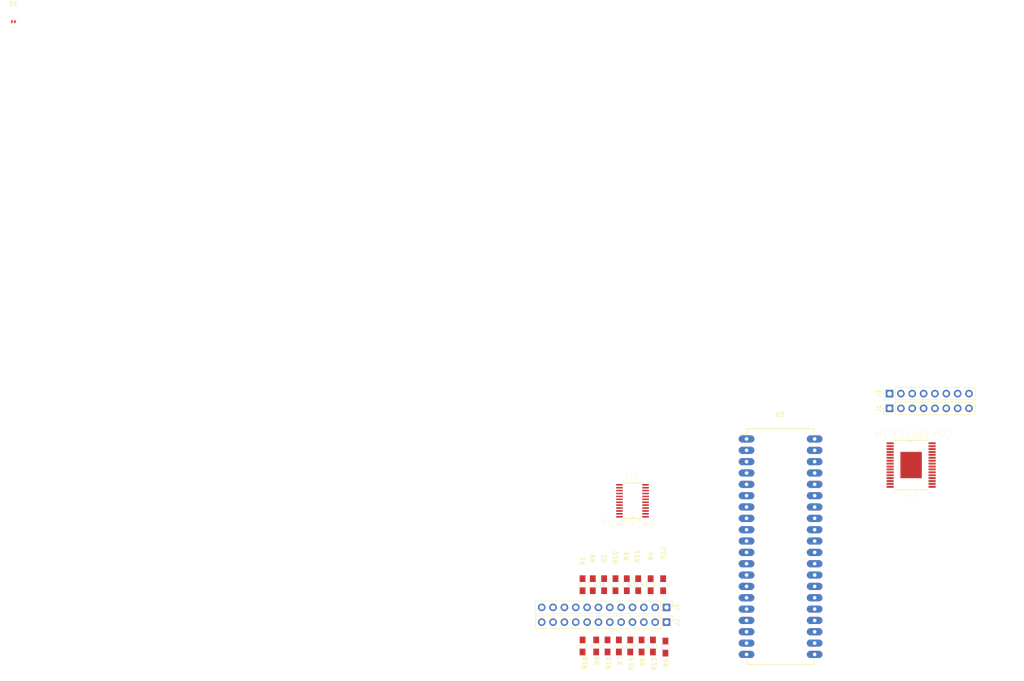
<source format=kicad_pcb>
(kicad_pcb (version 4) (host pcbnew 4.0.6-e0-6349~53~ubuntu14.04.1)

  (general
    (links 32)
    (no_connects 32)
    (area -3.080952 -4.975 226.267334 144.447001)
    (thickness 1.6)
    (drawings 0)
    (tracks 0)
    (zones 0)
    (modules 24)
    (nets 140)
  )

  (page A4)
  (layers
    (0 F.Cu signal)
    (31 B.Cu signal)
    (32 B.Adhes user)
    (33 F.Adhes user)
    (34 B.Paste user)
    (35 F.Paste user)
    (36 B.SilkS user)
    (37 F.SilkS user)
    (38 B.Mask user)
    (39 F.Mask user)
    (40 Dwgs.User user)
    (41 Cmts.User user)
    (42 Eco1.User user)
    (43 Eco2.User user)
    (44 Edge.Cuts user)
    (45 Margin user)
    (46 B.CrtYd user)
    (47 F.CrtYd user)
    (48 B.Fab user)
    (49 F.Fab user)
  )

  (setup
    (last_trace_width 0.25)
    (trace_clearance 0.2)
    (zone_clearance 0.508)
    (zone_45_only no)
    (trace_min 0.2)
    (segment_width 0.2)
    (edge_width 0.15)
    (via_size 0.6)
    (via_drill 0.4)
    (via_min_size 0.4)
    (via_min_drill 0.3)
    (uvia_size 0.3)
    (uvia_drill 0.1)
    (uvias_allowed no)
    (uvia_min_size 0.2)
    (uvia_min_drill 0.1)
    (pcb_text_width 0.3)
    (pcb_text_size 1.5 1.5)
    (mod_edge_width 0.15)
    (mod_text_size 1 1)
    (mod_text_width 0.15)
    (pad_size 1.524 1.524)
    (pad_drill 0.762)
    (pad_to_mask_clearance 0.2)
    (aux_axis_origin 0 0)
    (visible_elements 7FFFFFFF)
    (pcbplotparams
      (layerselection 0x00030_80000001)
      (usegerberextensions false)
      (excludeedgelayer true)
      (linewidth 0.100000)
      (plotframeref false)
      (viasonmask false)
      (mode 1)
      (useauxorigin false)
      (hpglpennumber 1)
      (hpglpenspeed 20)
      (hpglpendiameter 15)
      (hpglpenoverlay 2)
      (psnegative false)
      (psa4output false)
      (plotreference true)
      (plotvalue true)
      (plotinvisibletext false)
      (padsonsilk false)
      (subtractmaskfromsilk false)
      (outputformat 1)
      (mirror false)
      (drillshape 1)
      (scaleselection 1)
      (outputdirectory ""))
  )

  (net 0 "")
  (net 1 "Net-(J1-Pad1)")
  (net 2 "Net-(J1-Pad2)")
  (net 3 "Net-(J1-Pad3)")
  (net 4 "Net-(J1-Pad4)")
  (net 5 "Net-(J1-Pad5)")
  (net 6 "Net-(J1-Pad6)")
  (net 7 "Net-(J1-Pad7)")
  (net 8 "Net-(J1-Pad8)")
  (net 9 "Net-(R1-Pad2)")
  (net 10 "Net-(R2-Pad2)")
  (net 11 "Net-(R3-Pad2)")
  (net 12 "Net-(R4-Pad2)")
  (net 13 "Net-(R5-Pad2)")
  (net 14 "Net-(R6-Pad2)")
  (net 15 "Net-(R7-Pad2)")
  (net 16 "Net-(R8-Pad2)")
  (net 17 "Net-(R9-Pad2)")
  (net 18 "Net-(R10-Pad2)")
  (net 19 "Net-(R11-Pad2)")
  (net 20 "Net-(R12-Pad2)")
  (net 21 "Net-(R13-Pad2)")
  (net 22 "Net-(R14-Pad2)")
  (net 23 "Net-(R15-Pad2)")
  (net 24 "Net-(R16-Pad2)")
  (net 25 "Net-(U1-Pad1)")
  (net 26 "Net-(U1-Pad2)")
  (net 27 "Net-(U1-Pad3)")
  (net 28 "Net-(U1-Pad12)")
  (net 29 "Net-(U1-Pad21)")
  (net 30 "Net-(U1-Pad22)")
  (net 31 "Net-(U1-Pad23)")
  (net 32 "Net-(U1-Pad24)")
  (net 33 "Net-(U2-Pad1)")
  (net 34 "Net-(U2-Pad2)")
  (net 35 "Net-(U2-Pad3)")
  (net 36 "Net-(U2-Pad4)")
  (net 37 "Net-(U2-Pad5)")
  (net 38 "Net-(U2-Pad6)")
  (net 39 "Net-(U2-Pad7)")
  (net 40 "Net-(U2-Pad8)")
  (net 41 "Net-(U2-Pad9)")
  (net 42 "Net-(U2-Pad10)")
  (net 43 "Net-(U2-Pad11)")
  (net 44 "Net-(U2-Pad12)")
  (net 45 "Net-(U2-Pad13)")
  (net 46 "Net-(U2-Pad14)")
  (net 47 "Net-(U2-Pad15)")
  (net 48 "Net-(U2-Pad16)")
  (net 49 "Net-(U2-Pad17)")
  (net 50 "Net-(U2-Pad18)")
  (net 51 "Net-(U2-Pad19)")
  (net 52 "Net-(U2-Pad20)")
  (net 53 "Net-(U2-Pad21)")
  (net 54 "Net-(U2-Pad22)")
  (net 55 "Net-(U2-Pad23)")
  (net 56 "Net-(U2-Pad24)")
  (net 57 "Net-(U2-Pad25)")
  (net 58 "Net-(U2-Pad26)")
  (net 59 "Net-(U2-Pad27)")
  (net 60 "Net-(U2-Pad28)")
  (net 61 "Net-(U2-Pad29)")
  (net 62 "Net-(U2-Pad30)")
  (net 63 "Net-(U2-Pad31)")
  (net 64 "Net-(U2-Pad32)")
  (net 65 "Net-(U2-Pad33)")
  (net 66 "Net-(U2-Pad34)")
  (net 67 "Net-(U2-Pad35)")
  (net 68 "Net-(U2-Pad36)")
  (net 69 "Net-(U2-Pad37)")
  (net 70 "Net-(U2-Pad38)")
  (net 71 "Net-(U2-Pad39)")
  (net 72 "Net-(U2-Pad40)")
  (net 73 "Net-(U3-Pad1)")
  (net 74 "Net-(U3-Pad2)")
  (net 75 "Net-(U3-Pad3)")
  (net 76 "Net-(U3-Pad4)")
  (net 77 "Net-(U3-Pad5)")
  (net 78 "Net-(U3-Pad6)")
  (net 79 "Net-(U3-Pad7)")
  (net 80 "Net-(U3-Pad8)")
  (net 81 "Net-(U3-Pad9)")
  (net 82 "Net-(U3-Pad10)")
  (net 83 "Net-(U3-Pad11)")
  (net 84 "Net-(U3-Pad12)")
  (net 85 "Net-(U3-Pad13)")
  (net 86 "Net-(U3-Pad14)")
  (net 87 "Net-(U3-Pad15)")
  (net 88 "Net-(U3-Pad16)")
  (net 89 "Net-(U3-Pad17)")
  (net 90 "Net-(U3-Pad18)")
  (net 91 "Net-(U3-Pad19)")
  (net 92 "Net-(U3-Pad20)")
  (net 93 "Net-(U3-Pad21)")
  (net 94 "Net-(U3-Pad22)")
  (net 95 "Net-(U3-Pad23)")
  (net 96 "Net-(U3-Pad24)")
  (net 97 "Net-(U3-Pad25)")
  (net 98 "Net-(U3-Pad26)")
  (net 99 "Net-(U3-Pad27)")
  (net 100 "Net-(U3-Pad28)")
  (net 101 "Net-(U3-Pad29)")
  (net 102 "Net-(U3-Pad30)")
  (net 103 "Net-(U3-Pad31)")
  (net 104 "Net-(U3-Pad32)")
  (net 105 "Net-(U3-Pad33)")
  (net 106 "Net-(J3-Pad1)")
  (net 107 "Net-(J3-Pad2)")
  (net 108 "Net-(J3-Pad3)")
  (net 109 "Net-(J3-Pad4)")
  (net 110 "Net-(J3-Pad5)")
  (net 111 "Net-(J3-Pad6)")
  (net 112 "Net-(J3-Pad7)")
  (net 113 "Net-(J3-Pad8)")
  (net 114 "Net-(D1-Pad1)")
  (net 115 "Net-(D1-Pad2)")
  (net 116 /D7)
  (net 117 /D6)
  (net 118 /D5)
  (net 119 /D4)
  (net 120 /D3)
  (net 121 /D2)
  (net 122 /D1)
  (net 123 /D0)
  (net 124 "Net-(J2-Pad9)")
  (net 125 "Net-(J2-Pad10)")
  (net 126 "Net-(J2-Pad11)")
  (net 127 "Net-(J2-Pad12)")
  (net 128 /EOI)
  (net 129 /DAV)
  (net 130 /NRFD)
  (net 131 /NDAC)
  (net 132 /IFC)
  (net 133 /SRQ)
  (net 134 /ATN)
  (net 135 /REN)
  (net 136 "Net-(J4-Pad9)")
  (net 137 "Net-(J4-Pad10)")
  (net 138 "Net-(J4-Pad11)")
  (net 139 "Net-(J4-Pad12)")

  (net_class Default "This is the default net class."
    (clearance 0.2)
    (trace_width 0.25)
    (via_dia 0.6)
    (via_drill 0.4)
    (uvia_dia 0.3)
    (uvia_drill 0.1)
    (add_net /ATN)
    (add_net /D0)
    (add_net /D1)
    (add_net /D2)
    (add_net /D3)
    (add_net /D4)
    (add_net /D5)
    (add_net /D6)
    (add_net /D7)
    (add_net /DAV)
    (add_net /EOI)
    (add_net /IFC)
    (add_net /NDAC)
    (add_net /NRFD)
    (add_net /REN)
    (add_net /SRQ)
    (add_net "Net-(D1-Pad1)")
    (add_net "Net-(D1-Pad2)")
    (add_net "Net-(J1-Pad1)")
    (add_net "Net-(J1-Pad2)")
    (add_net "Net-(J1-Pad3)")
    (add_net "Net-(J1-Pad4)")
    (add_net "Net-(J1-Pad5)")
    (add_net "Net-(J1-Pad6)")
    (add_net "Net-(J1-Pad7)")
    (add_net "Net-(J1-Pad8)")
    (add_net "Net-(J2-Pad10)")
    (add_net "Net-(J2-Pad11)")
    (add_net "Net-(J2-Pad12)")
    (add_net "Net-(J2-Pad9)")
    (add_net "Net-(J3-Pad1)")
    (add_net "Net-(J3-Pad2)")
    (add_net "Net-(J3-Pad3)")
    (add_net "Net-(J3-Pad4)")
    (add_net "Net-(J3-Pad5)")
    (add_net "Net-(J3-Pad6)")
    (add_net "Net-(J3-Pad7)")
    (add_net "Net-(J3-Pad8)")
    (add_net "Net-(J4-Pad10)")
    (add_net "Net-(J4-Pad11)")
    (add_net "Net-(J4-Pad12)")
    (add_net "Net-(J4-Pad9)")
    (add_net "Net-(R1-Pad2)")
    (add_net "Net-(R10-Pad2)")
    (add_net "Net-(R11-Pad2)")
    (add_net "Net-(R12-Pad2)")
    (add_net "Net-(R13-Pad2)")
    (add_net "Net-(R14-Pad2)")
    (add_net "Net-(R15-Pad2)")
    (add_net "Net-(R16-Pad2)")
    (add_net "Net-(R2-Pad2)")
    (add_net "Net-(R3-Pad2)")
    (add_net "Net-(R4-Pad2)")
    (add_net "Net-(R5-Pad2)")
    (add_net "Net-(R6-Pad2)")
    (add_net "Net-(R7-Pad2)")
    (add_net "Net-(R8-Pad2)")
    (add_net "Net-(R9-Pad2)")
    (add_net "Net-(U1-Pad1)")
    (add_net "Net-(U1-Pad12)")
    (add_net "Net-(U1-Pad2)")
    (add_net "Net-(U1-Pad21)")
    (add_net "Net-(U1-Pad22)")
    (add_net "Net-(U1-Pad23)")
    (add_net "Net-(U1-Pad24)")
    (add_net "Net-(U1-Pad3)")
    (add_net "Net-(U2-Pad1)")
    (add_net "Net-(U2-Pad10)")
    (add_net "Net-(U2-Pad11)")
    (add_net "Net-(U2-Pad12)")
    (add_net "Net-(U2-Pad13)")
    (add_net "Net-(U2-Pad14)")
    (add_net "Net-(U2-Pad15)")
    (add_net "Net-(U2-Pad16)")
    (add_net "Net-(U2-Pad17)")
    (add_net "Net-(U2-Pad18)")
    (add_net "Net-(U2-Pad19)")
    (add_net "Net-(U2-Pad2)")
    (add_net "Net-(U2-Pad20)")
    (add_net "Net-(U2-Pad21)")
    (add_net "Net-(U2-Pad22)")
    (add_net "Net-(U2-Pad23)")
    (add_net "Net-(U2-Pad24)")
    (add_net "Net-(U2-Pad25)")
    (add_net "Net-(U2-Pad26)")
    (add_net "Net-(U2-Pad27)")
    (add_net "Net-(U2-Pad28)")
    (add_net "Net-(U2-Pad29)")
    (add_net "Net-(U2-Pad3)")
    (add_net "Net-(U2-Pad30)")
    (add_net "Net-(U2-Pad31)")
    (add_net "Net-(U2-Pad32)")
    (add_net "Net-(U2-Pad33)")
    (add_net "Net-(U2-Pad34)")
    (add_net "Net-(U2-Pad35)")
    (add_net "Net-(U2-Pad36)")
    (add_net "Net-(U2-Pad37)")
    (add_net "Net-(U2-Pad38)")
    (add_net "Net-(U2-Pad39)")
    (add_net "Net-(U2-Pad4)")
    (add_net "Net-(U2-Pad40)")
    (add_net "Net-(U2-Pad5)")
    (add_net "Net-(U2-Pad6)")
    (add_net "Net-(U2-Pad7)")
    (add_net "Net-(U2-Pad8)")
    (add_net "Net-(U2-Pad9)")
    (add_net "Net-(U3-Pad1)")
    (add_net "Net-(U3-Pad10)")
    (add_net "Net-(U3-Pad11)")
    (add_net "Net-(U3-Pad12)")
    (add_net "Net-(U3-Pad13)")
    (add_net "Net-(U3-Pad14)")
    (add_net "Net-(U3-Pad15)")
    (add_net "Net-(U3-Pad16)")
    (add_net "Net-(U3-Pad17)")
    (add_net "Net-(U3-Pad18)")
    (add_net "Net-(U3-Pad19)")
    (add_net "Net-(U3-Pad2)")
    (add_net "Net-(U3-Pad20)")
    (add_net "Net-(U3-Pad21)")
    (add_net "Net-(U3-Pad22)")
    (add_net "Net-(U3-Pad23)")
    (add_net "Net-(U3-Pad24)")
    (add_net "Net-(U3-Pad25)")
    (add_net "Net-(U3-Pad26)")
    (add_net "Net-(U3-Pad27)")
    (add_net "Net-(U3-Pad28)")
    (add_net "Net-(U3-Pad29)")
    (add_net "Net-(U3-Pad3)")
    (add_net "Net-(U3-Pad30)")
    (add_net "Net-(U3-Pad31)")
    (add_net "Net-(U3-Pad32)")
    (add_net "Net-(U3-Pad33)")
    (add_net "Net-(U3-Pad4)")
    (add_net "Net-(U3-Pad5)")
    (add_net "Net-(U3-Pad6)")
    (add_net "Net-(U3-Pad7)")
    (add_net "Net-(U3-Pad8)")
    (add_net "Net-(U3-Pad9)")
  )

  (module Resistors_SMD:R_0805_HandSoldering (layer F.Cu) (tedit 5A3182B7) (tstamp 5A318C32)
    (at 127.381 126.111 90)
    (descr "Resistor SMD 0805, hand soldering")
    (tags "resistor 0805")
    (path /5A319033)
    (attr smd)
    (fp_text reference R1 (at 5.334 0 90) (layer F.SilkS)
      (effects (font (size 1 1) (thickness 0.15)))
    )
    (fp_text value 1k (at 3.556 0 90) (layer F.Fab)
      (effects (font (size 1 1) (thickness 0.15)))
    )
    (fp_text user %R (at 5.334 0 90) (layer F.Fab)
      (effects (font (size 1 1) (thickness 0.15)))
    )
    (fp_line (start -1 0.62) (end -1 -0.62) (layer F.Fab) (width 0.1))
    (fp_line (start 1 0.62) (end -1 0.62) (layer F.Fab) (width 0.1))
    (fp_line (start 1 -0.62) (end 1 0.62) (layer F.Fab) (width 0.1))
    (fp_line (start -1 -0.62) (end 1 -0.62) (layer F.Fab) (width 0.1))
    (fp_line (start 0.6 0.88) (end -0.6 0.88) (layer F.SilkS) (width 0.12))
    (fp_line (start -0.6 -0.88) (end 0.6 -0.88) (layer F.SilkS) (width 0.12))
    (fp_line (start -2.35 -0.9) (end 2.35 -0.9) (layer F.CrtYd) (width 0.05))
    (fp_line (start -2.35 -0.9) (end -2.35 0.9) (layer F.CrtYd) (width 0.05))
    (fp_line (start 2.35 0.9) (end 2.35 -0.9) (layer F.CrtYd) (width 0.05))
    (fp_line (start 2.35 0.9) (end -2.35 0.9) (layer F.CrtYd) (width 0.05))
    (pad 1 smd rect (at -1.35 0 90) (size 1.5 1.3) (layers F.Cu F.Paste F.Mask)
      (net 135 /REN))
    (pad 2 smd rect (at 1.35 0 90) (size 1.5 1.3) (layers F.Cu F.Paste F.Mask)
      (net 9 "Net-(R1-Pad2)"))
    (model Resistors_SMD.3dshapes/R_0805.wrl
      (at (xyz 0 0 0))
      (scale (xyz 1 1 1))
      (rotate (xyz 0 0 0))
    )
  )

  (module Resistors_SMD:R_0805_HandSoldering (layer F.Cu) (tedit 5A3182C1) (tstamp 5A318C38)
    (at 132.207 126.111 90)
    (descr "Resistor SMD 0805, hand soldering")
    (tags "resistor 0805")
    (path /5A31927D)
    (attr smd)
    (fp_text reference R2 (at 5.842 0 90) (layer F.SilkS)
      (effects (font (size 1 1) (thickness 0.15)))
    )
    (fp_text value 1k (at 3.81 0 90) (layer F.Fab)
      (effects (font (size 1 1) (thickness 0.15)))
    )
    (fp_text user %R (at 5.842 0 90) (layer F.Fab)
      (effects (font (size 1 1) (thickness 0.15)))
    )
    (fp_line (start -1 0.62) (end -1 -0.62) (layer F.Fab) (width 0.1))
    (fp_line (start 1 0.62) (end -1 0.62) (layer F.Fab) (width 0.1))
    (fp_line (start 1 -0.62) (end 1 0.62) (layer F.Fab) (width 0.1))
    (fp_line (start -1 -0.62) (end 1 -0.62) (layer F.Fab) (width 0.1))
    (fp_line (start 0.6 0.88) (end -0.6 0.88) (layer F.SilkS) (width 0.12))
    (fp_line (start -0.6 -0.88) (end 0.6 -0.88) (layer F.SilkS) (width 0.12))
    (fp_line (start -2.35 -0.9) (end 2.35 -0.9) (layer F.CrtYd) (width 0.05))
    (fp_line (start -2.35 -0.9) (end -2.35 0.9) (layer F.CrtYd) (width 0.05))
    (fp_line (start 2.35 0.9) (end 2.35 -0.9) (layer F.CrtYd) (width 0.05))
    (fp_line (start 2.35 0.9) (end -2.35 0.9) (layer F.CrtYd) (width 0.05))
    (pad 1 smd rect (at -1.35 0 90) (size 1.5 1.3) (layers F.Cu F.Paste F.Mask)
      (net 133 /SRQ))
    (pad 2 smd rect (at 1.35 0 90) (size 1.5 1.3) (layers F.Cu F.Paste F.Mask)
      (net 10 "Net-(R2-Pad2)"))
    (model Resistors_SMD.3dshapes/R_0805.wrl
      (at (xyz 0 0 0))
      (scale (xyz 1 1 1))
      (rotate (xyz 0 0 0))
    )
  )

  (module Resistors_SMD:R_0805_HandSoldering (layer F.Cu) (tedit 5A3182FC) (tstamp 5A318C3E)
    (at 137.287 126.111 90)
    (descr "Resistor SMD 0805, hand soldering")
    (tags "resistor 0805")
    (path /5A319329)
    (attr smd)
    (fp_text reference R3 (at 6.35 0 90) (layer F.SilkS)
      (effects (font (size 1 1) (thickness 0.15)))
    )
    (fp_text value 1k (at 3.81 0 90) (layer F.Fab)
      (effects (font (size 1 1) (thickness 0.15)))
    )
    (fp_text user %R (at 6.35 0 90) (layer F.Fab)
      (effects (font (size 1 1) (thickness 0.15)))
    )
    (fp_line (start -1 0.62) (end -1 -0.62) (layer F.Fab) (width 0.1))
    (fp_line (start 1 0.62) (end -1 0.62) (layer F.Fab) (width 0.1))
    (fp_line (start 1 -0.62) (end 1 0.62) (layer F.Fab) (width 0.1))
    (fp_line (start -1 -0.62) (end 1 -0.62) (layer F.Fab) (width 0.1))
    (fp_line (start 0.6 0.88) (end -0.6 0.88) (layer F.SilkS) (width 0.12))
    (fp_line (start -0.6 -0.88) (end 0.6 -0.88) (layer F.SilkS) (width 0.12))
    (fp_line (start -2.35 -0.9) (end 2.35 -0.9) (layer F.CrtYd) (width 0.05))
    (fp_line (start -2.35 -0.9) (end -2.35 0.9) (layer F.CrtYd) (width 0.05))
    (fp_line (start 2.35 0.9) (end 2.35 -0.9) (layer F.CrtYd) (width 0.05))
    (fp_line (start 2.35 0.9) (end -2.35 0.9) (layer F.CrtYd) (width 0.05))
    (pad 1 smd rect (at -1.35 0 90) (size 1.5 1.3) (layers F.Cu F.Paste F.Mask)
      (net 131 /NDAC))
    (pad 2 smd rect (at 1.35 0 90) (size 1.5 1.3) (layers F.Cu F.Paste F.Mask)
      (net 11 "Net-(R3-Pad2)"))
    (model Resistors_SMD.3dshapes/R_0805.wrl
      (at (xyz 0 0 0))
      (scale (xyz 1 1 1))
      (rotate (xyz 0 0 0))
    )
  )

  (module Resistors_SMD:R_0805_HandSoldering (layer F.Cu) (tedit 5A318317) (tstamp 5A318C44)
    (at 142.621 126.111 90)
    (descr "Resistor SMD 0805, hand soldering")
    (tags "resistor 0805")
    (path /5A319335)
    (attr smd)
    (fp_text reference R4 (at 6.35 0 90) (layer F.SilkS)
      (effects (font (size 1 1) (thickness 0.15)))
    )
    (fp_text value 1k (at 3.81 0.254 90) (layer F.Fab)
      (effects (font (size 1 1) (thickness 0.15)))
    )
    (fp_text user %R (at 6.35 0 90) (layer F.Fab)
      (effects (font (size 1 1) (thickness 0.15)))
    )
    (fp_line (start -1 0.62) (end -1 -0.62) (layer F.Fab) (width 0.1))
    (fp_line (start 1 0.62) (end -1 0.62) (layer F.Fab) (width 0.1))
    (fp_line (start 1 -0.62) (end 1 0.62) (layer F.Fab) (width 0.1))
    (fp_line (start -1 -0.62) (end 1 -0.62) (layer F.Fab) (width 0.1))
    (fp_line (start 0.6 0.88) (end -0.6 0.88) (layer F.SilkS) (width 0.12))
    (fp_line (start -0.6 -0.88) (end 0.6 -0.88) (layer F.SilkS) (width 0.12))
    (fp_line (start -2.35 -0.9) (end 2.35 -0.9) (layer F.CrtYd) (width 0.05))
    (fp_line (start -2.35 -0.9) (end -2.35 0.9) (layer F.CrtYd) (width 0.05))
    (fp_line (start 2.35 0.9) (end 2.35 -0.9) (layer F.CrtYd) (width 0.05))
    (fp_line (start 2.35 0.9) (end -2.35 0.9) (layer F.CrtYd) (width 0.05))
    (pad 1 smd rect (at -1.35 0 90) (size 1.5 1.3) (layers F.Cu F.Paste F.Mask)
      (net 129 /DAV))
    (pad 2 smd rect (at 1.35 0 90) (size 1.5 1.3) (layers F.Cu F.Paste F.Mask)
      (net 12 "Net-(R4-Pad2)"))
    (model Resistors_SMD.3dshapes/R_0805.wrl
      (at (xyz 0 0 0))
      (scale (xyz 1 1 1))
      (rotate (xyz 0 0 0))
    )
  )

  (module Resistors_SMD:R_0805_HandSoldering (layer F.Cu) (tedit 5A3183D2) (tstamp 5A318C4A)
    (at 145.923 140.081 270)
    (descr "Resistor SMD 0805, hand soldering")
    (tags "resistor 0805")
    (path /5A319805)
    (attr smd)
    (fp_text reference R5 (at 3.556 -0.254 270) (layer F.SilkS)
      (effects (font (size 1 1) (thickness 0.15)))
    )
    (fp_text value 1k (at 5.588 -0.254 270) (layer F.Fab)
      (effects (font (size 1 1) (thickness 0.15)))
    )
    (fp_text user %R (at 3.556 -0.254 270) (layer F.Fab)
      (effects (font (size 1 1) (thickness 0.15)))
    )
    (fp_line (start -1 0.62) (end -1 -0.62) (layer F.Fab) (width 0.1))
    (fp_line (start 1 0.62) (end -1 0.62) (layer F.Fab) (width 0.1))
    (fp_line (start 1 -0.62) (end 1 0.62) (layer F.Fab) (width 0.1))
    (fp_line (start -1 -0.62) (end 1 -0.62) (layer F.Fab) (width 0.1))
    (fp_line (start 0.6 0.88) (end -0.6 0.88) (layer F.SilkS) (width 0.12))
    (fp_line (start -0.6 -0.88) (end 0.6 -0.88) (layer F.SilkS) (width 0.12))
    (fp_line (start -2.35 -0.9) (end 2.35 -0.9) (layer F.CrtYd) (width 0.05))
    (fp_line (start -2.35 -0.9) (end -2.35 0.9) (layer F.CrtYd) (width 0.05))
    (fp_line (start 2.35 0.9) (end 2.35 -0.9) (layer F.CrtYd) (width 0.05))
    (fp_line (start 2.35 0.9) (end -2.35 0.9) (layer F.CrtYd) (width 0.05))
    (pad 1 smd rect (at -1.35 0 270) (size 1.5 1.3) (layers F.Cu F.Paste F.Mask)
      (net 116 /D7))
    (pad 2 smd rect (at 1.35 0 270) (size 1.5 1.3) (layers F.Cu F.Paste F.Mask)
      (net 13 "Net-(R5-Pad2)"))
    (model Resistors_SMD.3dshapes/R_0805.wrl
      (at (xyz 0 0 0))
      (scale (xyz 1 1 1))
      (rotate (xyz 0 0 0))
    )
  )

  (module Resistors_SMD:R_0805_HandSoldering (layer F.Cu) (tedit 5A3183C5) (tstamp 5A318C50)
    (at 140.589 139.827 270)
    (descr "Resistor SMD 0805, hand soldering")
    (tags "resistor 0805")
    (path /5A319811)
    (attr smd)
    (fp_text reference R6 (at 3.556 -0.254 270) (layer F.SilkS)
      (effects (font (size 1 1) (thickness 0.15)))
    )
    (fp_text value 1k (at 5.842 -0.508 270) (layer F.Fab)
      (effects (font (size 1 1) (thickness 0.15)))
    )
    (fp_text user %R (at 3.556 -0.254 270) (layer F.Fab)
      (effects (font (size 1 1) (thickness 0.15)))
    )
    (fp_line (start -1 0.62) (end -1 -0.62) (layer F.Fab) (width 0.1))
    (fp_line (start 1 0.62) (end -1 0.62) (layer F.Fab) (width 0.1))
    (fp_line (start 1 -0.62) (end 1 0.62) (layer F.Fab) (width 0.1))
    (fp_line (start -1 -0.62) (end 1 -0.62) (layer F.Fab) (width 0.1))
    (fp_line (start 0.6 0.88) (end -0.6 0.88) (layer F.SilkS) (width 0.12))
    (fp_line (start -0.6 -0.88) (end 0.6 -0.88) (layer F.SilkS) (width 0.12))
    (fp_line (start -2.35 -0.9) (end 2.35 -0.9) (layer F.CrtYd) (width 0.05))
    (fp_line (start -2.35 -0.9) (end -2.35 0.9) (layer F.CrtYd) (width 0.05))
    (fp_line (start 2.35 0.9) (end 2.35 -0.9) (layer F.CrtYd) (width 0.05))
    (fp_line (start 2.35 0.9) (end -2.35 0.9) (layer F.CrtYd) (width 0.05))
    (pad 1 smd rect (at -1.35 0 270) (size 1.5 1.3) (layers F.Cu F.Paste F.Mask)
      (net 118 /D5))
    (pad 2 smd rect (at 1.35 0 270) (size 1.5 1.3) (layers F.Cu F.Paste F.Mask)
      (net 14 "Net-(R6-Pad2)"))
    (model Resistors_SMD.3dshapes/R_0805.wrl
      (at (xyz 0 0 0))
      (scale (xyz 1 1 1))
      (rotate (xyz 0 0 0))
    )
  )

  (module Resistors_SMD:R_0805_HandSoldering (layer F.Cu) (tedit 5A3183B7) (tstamp 5A318C56)
    (at 135.509 139.827 270)
    (descr "Resistor SMD 0805, hand soldering")
    (tags "resistor 0805")
    (path /5A31981D)
    (attr smd)
    (fp_text reference R7 (at 3.302 -0.254 270) (layer F.SilkS)
      (effects (font (size 1 1) (thickness 0.15)))
    )
    (fp_text value 1k (at 5.334 -0.254 270) (layer F.Fab)
      (effects (font (size 1 1) (thickness 0.15)))
    )
    (fp_text user %R (at 3.302 -0.254 270) (layer F.Fab)
      (effects (font (size 1 1) (thickness 0.15)))
    )
    (fp_line (start -1 0.62) (end -1 -0.62) (layer F.Fab) (width 0.1))
    (fp_line (start 1 0.62) (end -1 0.62) (layer F.Fab) (width 0.1))
    (fp_line (start 1 -0.62) (end 1 0.62) (layer F.Fab) (width 0.1))
    (fp_line (start -1 -0.62) (end 1 -0.62) (layer F.Fab) (width 0.1))
    (fp_line (start 0.6 0.88) (end -0.6 0.88) (layer F.SilkS) (width 0.12))
    (fp_line (start -0.6 -0.88) (end 0.6 -0.88) (layer F.SilkS) (width 0.12))
    (fp_line (start -2.35 -0.9) (end 2.35 -0.9) (layer F.CrtYd) (width 0.05))
    (fp_line (start -2.35 -0.9) (end -2.35 0.9) (layer F.CrtYd) (width 0.05))
    (fp_line (start 2.35 0.9) (end 2.35 -0.9) (layer F.CrtYd) (width 0.05))
    (fp_line (start 2.35 0.9) (end -2.35 0.9) (layer F.CrtYd) (width 0.05))
    (pad 1 smd rect (at -1.35 0 270) (size 1.5 1.3) (layers F.Cu F.Paste F.Mask)
      (net 120 /D3))
    (pad 2 smd rect (at 1.35 0 270) (size 1.5 1.3) (layers F.Cu F.Paste F.Mask)
      (net 15 "Net-(R7-Pad2)"))
    (model Resistors_SMD.3dshapes/R_0805.wrl
      (at (xyz 0 0 0))
      (scale (xyz 1 1 1))
      (rotate (xyz 0 0 0))
    )
  )

  (module Resistors_SMD:R_0805_HandSoldering (layer F.Cu) (tedit 5A3183B0) (tstamp 5A318C5C)
    (at 130.429 139.827 270)
    (descr "Resistor SMD 0805, hand soldering")
    (tags "resistor 0805")
    (path /5A319829)
    (attr smd)
    (fp_text reference R8 (at 3.302 -0.254 270) (layer F.SilkS)
      (effects (font (size 1 1) (thickness 0.15)))
    )
    (fp_text value 1k (at 5.588 -0.254 270) (layer F.Fab)
      (effects (font (size 1 1) (thickness 0.15)))
    )
    (fp_text user %R (at 3.302 -0.254 270) (layer F.Fab)
      (effects (font (size 1 1) (thickness 0.15)))
    )
    (fp_line (start -1 0.62) (end -1 -0.62) (layer F.Fab) (width 0.1))
    (fp_line (start 1 0.62) (end -1 0.62) (layer F.Fab) (width 0.1))
    (fp_line (start 1 -0.62) (end 1 0.62) (layer F.Fab) (width 0.1))
    (fp_line (start -1 -0.62) (end 1 -0.62) (layer F.Fab) (width 0.1))
    (fp_line (start 0.6 0.88) (end -0.6 0.88) (layer F.SilkS) (width 0.12))
    (fp_line (start -0.6 -0.88) (end 0.6 -0.88) (layer F.SilkS) (width 0.12))
    (fp_line (start -2.35 -0.9) (end 2.35 -0.9) (layer F.CrtYd) (width 0.05))
    (fp_line (start -2.35 -0.9) (end -2.35 0.9) (layer F.CrtYd) (width 0.05))
    (fp_line (start 2.35 0.9) (end 2.35 -0.9) (layer F.CrtYd) (width 0.05))
    (fp_line (start 2.35 0.9) (end -2.35 0.9) (layer F.CrtYd) (width 0.05))
    (pad 1 smd rect (at -1.35 0 270) (size 1.5 1.3) (layers F.Cu F.Paste F.Mask)
      (net 122 /D1))
    (pad 2 smd rect (at 1.35 0 270) (size 1.5 1.3) (layers F.Cu F.Paste F.Mask)
      (net 16 "Net-(R8-Pad2)"))
    (model Resistors_SMD.3dshapes/R_0805.wrl
      (at (xyz 0 0 0))
      (scale (xyz 1 1 1))
      (rotate (xyz 0 0 0))
    )
  )

  (module Resistors_SMD:R_0805_HandSoldering (layer F.Cu) (tedit 5A3182B4) (tstamp 5A318C62)
    (at 129.667 126.111 90)
    (descr "Resistor SMD 0805, hand soldering")
    (tags "resistor 0805")
    (path /5A3191C1)
    (attr smd)
    (fp_text reference R9 (at 5.842 0 90) (layer F.SilkS)
      (effects (font (size 1 1) (thickness 0.15)))
    )
    (fp_text value 1k (at 3.556 0 90) (layer F.Fab)
      (effects (font (size 1 1) (thickness 0.15)))
    )
    (fp_text user %R (at 5.842 0 90) (layer F.Fab)
      (effects (font (size 1 1) (thickness 0.15)))
    )
    (fp_line (start -1 0.62) (end -1 -0.62) (layer F.Fab) (width 0.1))
    (fp_line (start 1 0.62) (end -1 0.62) (layer F.Fab) (width 0.1))
    (fp_line (start 1 -0.62) (end 1 0.62) (layer F.Fab) (width 0.1))
    (fp_line (start -1 -0.62) (end 1 -0.62) (layer F.Fab) (width 0.1))
    (fp_line (start 0.6 0.88) (end -0.6 0.88) (layer F.SilkS) (width 0.12))
    (fp_line (start -0.6 -0.88) (end 0.6 -0.88) (layer F.SilkS) (width 0.12))
    (fp_line (start -2.35 -0.9) (end 2.35 -0.9) (layer F.CrtYd) (width 0.05))
    (fp_line (start -2.35 -0.9) (end -2.35 0.9) (layer F.CrtYd) (width 0.05))
    (fp_line (start 2.35 0.9) (end 2.35 -0.9) (layer F.CrtYd) (width 0.05))
    (fp_line (start 2.35 0.9) (end -2.35 0.9) (layer F.CrtYd) (width 0.05))
    (pad 1 smd rect (at -1.35 0 90) (size 1.5 1.3) (layers F.Cu F.Paste F.Mask)
      (net 134 /ATN))
    (pad 2 smd rect (at 1.35 0 90) (size 1.5 1.3) (layers F.Cu F.Paste F.Mask)
      (net 17 "Net-(R9-Pad2)"))
    (model Resistors_SMD.3dshapes/R_0805.wrl
      (at (xyz 0 0 0))
      (scale (xyz 1 1 1))
      (rotate (xyz 0 0 0))
    )
  )

  (module Resistors_SMD:R_0805_HandSoldering (layer F.Cu) (tedit 5A3182DC) (tstamp 5A318C68)
    (at 134.747 126.111 90)
    (descr "Resistor SMD 0805, hand soldering")
    (tags "resistor 0805")
    (path /5A319283)
    (attr smd)
    (fp_text reference R10 (at 6.096 0 90) (layer F.SilkS)
      (effects (font (size 1 1) (thickness 0.15)))
    )
    (fp_text value 1k (at 3.556 0 90) (layer F.Fab)
      (effects (font (size 1 1) (thickness 0.15)))
    )
    (fp_text user %R (at 6.096 0 90) (layer F.Fab)
      (effects (font (size 1 1) (thickness 0.15)))
    )
    (fp_line (start -1 0.62) (end -1 -0.62) (layer F.Fab) (width 0.1))
    (fp_line (start 1 0.62) (end -1 0.62) (layer F.Fab) (width 0.1))
    (fp_line (start 1 -0.62) (end 1 0.62) (layer F.Fab) (width 0.1))
    (fp_line (start -1 -0.62) (end 1 -0.62) (layer F.Fab) (width 0.1))
    (fp_line (start 0.6 0.88) (end -0.6 0.88) (layer F.SilkS) (width 0.12))
    (fp_line (start -0.6 -0.88) (end 0.6 -0.88) (layer F.SilkS) (width 0.12))
    (fp_line (start -2.35 -0.9) (end 2.35 -0.9) (layer F.CrtYd) (width 0.05))
    (fp_line (start -2.35 -0.9) (end -2.35 0.9) (layer F.CrtYd) (width 0.05))
    (fp_line (start 2.35 0.9) (end 2.35 -0.9) (layer F.CrtYd) (width 0.05))
    (fp_line (start 2.35 0.9) (end -2.35 0.9) (layer F.CrtYd) (width 0.05))
    (pad 1 smd rect (at -1.35 0 90) (size 1.5 1.3) (layers F.Cu F.Paste F.Mask)
      (net 132 /IFC))
    (pad 2 smd rect (at 1.35 0 90) (size 1.5 1.3) (layers F.Cu F.Paste F.Mask)
      (net 18 "Net-(R10-Pad2)"))
    (model Resistors_SMD.3dshapes/R_0805.wrl
      (at (xyz 0 0 0))
      (scale (xyz 1 1 1))
      (rotate (xyz 0 0 0))
    )
  )

  (module Resistors_SMD:R_0805_HandSoldering (layer F.Cu) (tedit 5A318309) (tstamp 5A318C6E)
    (at 139.827 126.111 90)
    (descr "Resistor SMD 0805, hand soldering")
    (tags "resistor 0805")
    (path /5A31932F)
    (attr smd)
    (fp_text reference R11 (at 6.35 -0.254 90) (layer F.SilkS)
      (effects (font (size 1 1) (thickness 0.15)))
    )
    (fp_text value 1k (at 3.81 0 90) (layer F.Fab)
      (effects (font (size 1 1) (thickness 0.15)))
    )
    (fp_text user %R (at 6.35 -0.254 90) (layer F.Fab)
      (effects (font (size 1 1) (thickness 0.15)))
    )
    (fp_line (start -1 0.62) (end -1 -0.62) (layer F.Fab) (width 0.1))
    (fp_line (start 1 0.62) (end -1 0.62) (layer F.Fab) (width 0.1))
    (fp_line (start 1 -0.62) (end 1 0.62) (layer F.Fab) (width 0.1))
    (fp_line (start -1 -0.62) (end 1 -0.62) (layer F.Fab) (width 0.1))
    (fp_line (start 0.6 0.88) (end -0.6 0.88) (layer F.SilkS) (width 0.12))
    (fp_line (start -0.6 -0.88) (end 0.6 -0.88) (layer F.SilkS) (width 0.12))
    (fp_line (start -2.35 -0.9) (end 2.35 -0.9) (layer F.CrtYd) (width 0.05))
    (fp_line (start -2.35 -0.9) (end -2.35 0.9) (layer F.CrtYd) (width 0.05))
    (fp_line (start 2.35 0.9) (end 2.35 -0.9) (layer F.CrtYd) (width 0.05))
    (fp_line (start 2.35 0.9) (end -2.35 0.9) (layer F.CrtYd) (width 0.05))
    (pad 1 smd rect (at -1.35 0 90) (size 1.5 1.3) (layers F.Cu F.Paste F.Mask)
      (net 130 /NRFD))
    (pad 2 smd rect (at 1.35 0 90) (size 1.5 1.3) (layers F.Cu F.Paste F.Mask)
      (net 19 "Net-(R11-Pad2)"))
    (model Resistors_SMD.3dshapes/R_0805.wrl
      (at (xyz 0 0 0))
      (scale (xyz 1 1 1))
      (rotate (xyz 0 0 0))
    )
  )

  (module Resistors_SMD:R_0805_HandSoldering (layer F.Cu) (tedit 5A318336) (tstamp 5A318C74)
    (at 145.415 126.111 90)
    (descr "Resistor SMD 0805, hand soldering")
    (tags "resistor 0805")
    (path /5A31933B)
    (attr smd)
    (fp_text reference R12 (at 7.112 0 90) (layer F.SilkS)
      (effects (font (size 1 1) (thickness 0.15)))
    )
    (fp_text value 1k (at 4.064 0 90) (layer F.Fab)
      (effects (font (size 1 1) (thickness 0.15)))
    )
    (fp_text user %R (at 7.112 0 90) (layer F.Fab)
      (effects (font (size 1 1) (thickness 0.15)))
    )
    (fp_line (start -1 0.62) (end -1 -0.62) (layer F.Fab) (width 0.1))
    (fp_line (start 1 0.62) (end -1 0.62) (layer F.Fab) (width 0.1))
    (fp_line (start 1 -0.62) (end 1 0.62) (layer F.Fab) (width 0.1))
    (fp_line (start -1 -0.62) (end 1 -0.62) (layer F.Fab) (width 0.1))
    (fp_line (start 0.6 0.88) (end -0.6 0.88) (layer F.SilkS) (width 0.12))
    (fp_line (start -0.6 -0.88) (end 0.6 -0.88) (layer F.SilkS) (width 0.12))
    (fp_line (start -2.35 -0.9) (end 2.35 -0.9) (layer F.CrtYd) (width 0.05))
    (fp_line (start -2.35 -0.9) (end -2.35 0.9) (layer F.CrtYd) (width 0.05))
    (fp_line (start 2.35 0.9) (end 2.35 -0.9) (layer F.CrtYd) (width 0.05))
    (fp_line (start 2.35 0.9) (end -2.35 0.9) (layer F.CrtYd) (width 0.05))
    (pad 1 smd rect (at -1.35 0 90) (size 1.5 1.3) (layers F.Cu F.Paste F.Mask)
      (net 128 /EOI))
    (pad 2 smd rect (at 1.35 0 90) (size 1.5 1.3) (layers F.Cu F.Paste F.Mask)
      (net 20 "Net-(R12-Pad2)"))
    (model Resistors_SMD.3dshapes/R_0805.wrl
      (at (xyz 0 0 0))
      (scale (xyz 1 1 1))
      (rotate (xyz 0 0 0))
    )
  )

  (module Resistors_SMD:R_0805_HandSoldering (layer F.Cu) (tedit 5A3183CB) (tstamp 5A318C7A)
    (at 143.129 139.827 270)
    (descr "Resistor SMD 0805, hand soldering")
    (tags "resistor 0805")
    (path /5A31980B)
    (attr smd)
    (fp_text reference R13 (at 4.064 -0.254 270) (layer F.SilkS)
      (effects (font (size 1 1) (thickness 0.15)))
    )
    (fp_text value 1k (at 6.858 -0.254 270) (layer F.Fab)
      (effects (font (size 1 1) (thickness 0.15)))
    )
    (fp_text user %R (at 4.064 -0.254 270) (layer F.Fab)
      (effects (font (size 1 1) (thickness 0.15)))
    )
    (fp_line (start -1 0.62) (end -1 -0.62) (layer F.Fab) (width 0.1))
    (fp_line (start 1 0.62) (end -1 0.62) (layer F.Fab) (width 0.1))
    (fp_line (start 1 -0.62) (end 1 0.62) (layer F.Fab) (width 0.1))
    (fp_line (start -1 -0.62) (end 1 -0.62) (layer F.Fab) (width 0.1))
    (fp_line (start 0.6 0.88) (end -0.6 0.88) (layer F.SilkS) (width 0.12))
    (fp_line (start -0.6 -0.88) (end 0.6 -0.88) (layer F.SilkS) (width 0.12))
    (fp_line (start -2.35 -0.9) (end 2.35 -0.9) (layer F.CrtYd) (width 0.05))
    (fp_line (start -2.35 -0.9) (end -2.35 0.9) (layer F.CrtYd) (width 0.05))
    (fp_line (start 2.35 0.9) (end 2.35 -0.9) (layer F.CrtYd) (width 0.05))
    (fp_line (start 2.35 0.9) (end -2.35 0.9) (layer F.CrtYd) (width 0.05))
    (pad 1 smd rect (at -1.35 0 270) (size 1.5 1.3) (layers F.Cu F.Paste F.Mask)
      (net 117 /D6))
    (pad 2 smd rect (at 1.35 0 270) (size 1.5 1.3) (layers F.Cu F.Paste F.Mask)
      (net 21 "Net-(R13-Pad2)"))
    (model Resistors_SMD.3dshapes/R_0805.wrl
      (at (xyz 0 0 0))
      (scale (xyz 1 1 1))
      (rotate (xyz 0 0 0))
    )
  )

  (module Resistors_SMD:R_0805_HandSoldering (layer F.Cu) (tedit 5A3183BE) (tstamp 5A318C80)
    (at 138.049 139.827 270)
    (descr "Resistor SMD 0805, hand soldering")
    (tags "resistor 0805")
    (path /5A319817)
    (attr smd)
    (fp_text reference R14 (at 4.064 -0.254 270) (layer F.SilkS)
      (effects (font (size 1 1) (thickness 0.15)))
    )
    (fp_text value 1k (at 6.858 -0.254 270) (layer F.Fab)
      (effects (font (size 1 1) (thickness 0.15)))
    )
    (fp_text user %R (at 4.064 -0.254 270) (layer F.Fab)
      (effects (font (size 1 1) (thickness 0.15)))
    )
    (fp_line (start -1 0.62) (end -1 -0.62) (layer F.Fab) (width 0.1))
    (fp_line (start 1 0.62) (end -1 0.62) (layer F.Fab) (width 0.1))
    (fp_line (start 1 -0.62) (end 1 0.62) (layer F.Fab) (width 0.1))
    (fp_line (start -1 -0.62) (end 1 -0.62) (layer F.Fab) (width 0.1))
    (fp_line (start 0.6 0.88) (end -0.6 0.88) (layer F.SilkS) (width 0.12))
    (fp_line (start -0.6 -0.88) (end 0.6 -0.88) (layer F.SilkS) (width 0.12))
    (fp_line (start -2.35 -0.9) (end 2.35 -0.9) (layer F.CrtYd) (width 0.05))
    (fp_line (start -2.35 -0.9) (end -2.35 0.9) (layer F.CrtYd) (width 0.05))
    (fp_line (start 2.35 0.9) (end 2.35 -0.9) (layer F.CrtYd) (width 0.05))
    (fp_line (start 2.35 0.9) (end -2.35 0.9) (layer F.CrtYd) (width 0.05))
    (pad 1 smd rect (at -1.35 0 270) (size 1.5 1.3) (layers F.Cu F.Paste F.Mask)
      (net 119 /D4))
    (pad 2 smd rect (at 1.35 0 270) (size 1.5 1.3) (layers F.Cu F.Paste F.Mask)
      (net 22 "Net-(R14-Pad2)"))
    (model Resistors_SMD.3dshapes/R_0805.wrl
      (at (xyz 0 0 0))
      (scale (xyz 1 1 1))
      (rotate (xyz 0 0 0))
    )
  )

  (module Resistors_SMD:R_0805_HandSoldering (layer F.Cu) (tedit 5A3183AF) (tstamp 5A318C86)
    (at 132.969 139.827 270)
    (descr "Resistor SMD 0805, hand soldering")
    (tags "resistor 0805")
    (path /5A319823)
    (attr smd)
    (fp_text reference R15 (at 3.81 -0.254 270) (layer F.SilkS)
      (effects (font (size 1 1) (thickness 0.15)))
    )
    (fp_text value 1k (at 6.604 -0.254 270) (layer F.Fab)
      (effects (font (size 1 1) (thickness 0.15)))
    )
    (fp_text user %R (at 3.81 -0.254 270) (layer F.Fab)
      (effects (font (size 1 1) (thickness 0.15)))
    )
    (fp_line (start -1 0.62) (end -1 -0.62) (layer F.Fab) (width 0.1))
    (fp_line (start 1 0.62) (end -1 0.62) (layer F.Fab) (width 0.1))
    (fp_line (start 1 -0.62) (end 1 0.62) (layer F.Fab) (width 0.1))
    (fp_line (start -1 -0.62) (end 1 -0.62) (layer F.Fab) (width 0.1))
    (fp_line (start 0.6 0.88) (end -0.6 0.88) (layer F.SilkS) (width 0.12))
    (fp_line (start -0.6 -0.88) (end 0.6 -0.88) (layer F.SilkS) (width 0.12))
    (fp_line (start -2.35 -0.9) (end 2.35 -0.9) (layer F.CrtYd) (width 0.05))
    (fp_line (start -2.35 -0.9) (end -2.35 0.9) (layer F.CrtYd) (width 0.05))
    (fp_line (start 2.35 0.9) (end 2.35 -0.9) (layer F.CrtYd) (width 0.05))
    (fp_line (start 2.35 0.9) (end -2.35 0.9) (layer F.CrtYd) (width 0.05))
    (pad 1 smd rect (at -1.35 0 270) (size 1.5 1.3) (layers F.Cu F.Paste F.Mask)
      (net 121 /D2))
    (pad 2 smd rect (at 1.35 0 270) (size 1.5 1.3) (layers F.Cu F.Paste F.Mask)
      (net 23 "Net-(R15-Pad2)"))
    (model Resistors_SMD.3dshapes/R_0805.wrl
      (at (xyz 0 0 0))
      (scale (xyz 1 1 1))
      (rotate (xyz 0 0 0))
    )
  )

  (module Resistors_SMD:R_0805_HandSoldering (layer F.Cu) (tedit 5A3183DD) (tstamp 5A318C8C)
    (at 127.381 139.827 270)
    (descr "Resistor SMD 0805, hand soldering")
    (tags "resistor 0805")
    (path /5A31982F)
    (attr smd)
    (fp_text reference R16 (at 3.81 -0.508 270) (layer F.SilkS)
      (effects (font (size 1 1) (thickness 0.15)))
    )
    (fp_text value 1k (at 6.35 -0.508 270) (layer F.Fab)
      (effects (font (size 1 1) (thickness 0.15)))
    )
    (fp_text user %R (at 3.81 -0.508 270) (layer F.Fab)
      (effects (font (size 1 1) (thickness 0.15)))
    )
    (fp_line (start -1 0.62) (end -1 -0.62) (layer F.Fab) (width 0.1))
    (fp_line (start 1 0.62) (end -1 0.62) (layer F.Fab) (width 0.1))
    (fp_line (start 1 -0.62) (end 1 0.62) (layer F.Fab) (width 0.1))
    (fp_line (start -1 -0.62) (end 1 -0.62) (layer F.Fab) (width 0.1))
    (fp_line (start 0.6 0.88) (end -0.6 0.88) (layer F.SilkS) (width 0.12))
    (fp_line (start -0.6 -0.88) (end 0.6 -0.88) (layer F.SilkS) (width 0.12))
    (fp_line (start -2.35 -0.9) (end 2.35 -0.9) (layer F.CrtYd) (width 0.05))
    (fp_line (start -2.35 -0.9) (end -2.35 0.9) (layer F.CrtYd) (width 0.05))
    (fp_line (start 2.35 0.9) (end 2.35 -0.9) (layer F.CrtYd) (width 0.05))
    (fp_line (start 2.35 0.9) (end -2.35 0.9) (layer F.CrtYd) (width 0.05))
    (pad 1 smd rect (at -1.35 0 270) (size 1.5 1.3) (layers F.Cu F.Paste F.Mask)
      (net 123 /D0))
    (pad 2 smd rect (at 1.35 0 270) (size 1.5 1.3) (layers F.Cu F.Paste F.Mask)
      (net 24 "Net-(R16-Pad2)"))
    (model Resistors_SMD.3dshapes/R_0805.wrl
      (at (xyz 0 0 0))
      (scale (xyz 1 1 1))
      (rotate (xyz 0 0 0))
    )
  )

  (module CenditFootprints:PCA6416A-TSSOP24 (layer F.Cu) (tedit 5A317FA1) (tstamp 5A318CA8)
    (at 138.557 107.315 180)
    (path /5A318DFB)
    (attr smd)
    (fp_text reference U1 (at 0 5 180) (layer F.SilkS)
      (effects (font (size 1.64043 1.64043) (thickness 0.05)))
    )
    (fp_text value PCA6416A (at 1 -5 180) (layer F.SilkS)
      (effects (font (size 1.64099 1.64099) (thickness 0.05)))
    )
    (fp_line (start -1.9304 3.9624) (end 1.9304 3.9624) (layer F.SilkS) (width 0.1524))
    (fp_line (start 1.9304 -3.9624) (end 0.3048 -3.9624) (layer F.SilkS) (width 0.1524))
    (fp_line (start 0.3048 -3.9624) (end -0.3048 -3.9624) (layer F.SilkS) (width 0.1524))
    (fp_line (start -0.3048 -3.9624) (end -1.9304 -3.9624) (layer F.SilkS) (width 0.1524))
    (fp_arc (start 0 -3.9624) (end -0.3048 -3.9624) (angle -180) (layer F.SilkS) (width 0.1524))
    (fp_line (start -2.2606 -3.429) (end -2.2606 -3.7338) (layer Dwgs.User) (width 0))
    (fp_line (start -2.2606 -3.7338) (end -3.302 -3.7338) (layer Dwgs.User) (width 0))
    (fp_line (start -3.302 -3.7338) (end -3.302 -3.429) (layer Dwgs.User) (width 0))
    (fp_line (start -3.302 -3.429) (end -2.2606 -3.429) (layer Dwgs.User) (width 0))
    (fp_line (start -2.2606 -2.7686) (end -2.2606 -3.0734) (layer Dwgs.User) (width 0))
    (fp_line (start -2.2606 -3.0734) (end -3.302 -3.0734) (layer Dwgs.User) (width 0))
    (fp_line (start -3.302 -3.0734) (end -3.302 -2.7686) (layer Dwgs.User) (width 0))
    (fp_line (start -3.302 -2.7686) (end -2.2606 -2.7686) (layer Dwgs.User) (width 0))
    (fp_line (start -2.2606 -2.1336) (end -2.2606 -2.4384) (layer Dwgs.User) (width 0))
    (fp_line (start -2.2606 -2.4384) (end -3.302 -2.4384) (layer Dwgs.User) (width 0))
    (fp_line (start -3.302 -2.4384) (end -3.302 -2.1336) (layer Dwgs.User) (width 0))
    (fp_line (start -3.302 -2.1336) (end -2.2606 -2.1336) (layer Dwgs.User) (width 0))
    (fp_line (start -2.2606 -1.4732) (end -2.2606 -1.778) (layer Dwgs.User) (width 0))
    (fp_line (start -2.2606 -1.778) (end -3.302 -1.778) (layer Dwgs.User) (width 0))
    (fp_line (start -3.302 -1.778) (end -3.302 -1.4732) (layer Dwgs.User) (width 0))
    (fp_line (start -3.302 -1.4732) (end -2.2606 -1.4732) (layer Dwgs.User) (width 0))
    (fp_line (start -2.2606 -0.8128) (end -2.2606 -1.1176) (layer Dwgs.User) (width 0))
    (fp_line (start -2.2606 -1.1176) (end -3.302 -1.1176) (layer Dwgs.User) (width 0))
    (fp_line (start -3.302 -1.1176) (end -3.302 -0.8128) (layer Dwgs.User) (width 0))
    (fp_line (start -3.302 -0.8128) (end -2.2606 -0.8128) (layer Dwgs.User) (width 0))
    (fp_line (start -2.2606 -0.1778) (end -2.2606 -0.4826) (layer Dwgs.User) (width 0))
    (fp_line (start -2.2606 -0.4826) (end -3.302 -0.4826) (layer Dwgs.User) (width 0))
    (fp_line (start -3.302 -0.4826) (end -3.302 -0.1778) (layer Dwgs.User) (width 0))
    (fp_line (start -3.302 -0.1778) (end -2.2606 -0.1778) (layer Dwgs.User) (width 0))
    (fp_line (start -2.2606 0.4826) (end -2.2606 0.1778) (layer Dwgs.User) (width 0))
    (fp_line (start -2.2606 0.1778) (end -3.302 0.1778) (layer Dwgs.User) (width 0))
    (fp_line (start -3.302 0.1778) (end -3.302 0.4826) (layer Dwgs.User) (width 0))
    (fp_line (start -3.302 0.4826) (end -2.2606 0.4826) (layer Dwgs.User) (width 0))
    (fp_line (start -2.2606 1.1176) (end -2.2606 0.8128) (layer Dwgs.User) (width 0))
    (fp_line (start -2.2606 0.8128) (end -3.302 0.8128) (layer Dwgs.User) (width 0))
    (fp_line (start -3.302 0.8128) (end -3.302 1.1176) (layer Dwgs.User) (width 0))
    (fp_line (start -3.302 1.1176) (end -2.2606 1.1176) (layer Dwgs.User) (width 0))
    (fp_line (start -2.2606 1.778) (end -2.2606 1.4732) (layer Dwgs.User) (width 0))
    (fp_line (start -2.2606 1.4732) (end -3.302 1.4732) (layer Dwgs.User) (width 0))
    (fp_line (start -3.302 1.4732) (end -3.302 1.778) (layer Dwgs.User) (width 0))
    (fp_line (start -3.302 1.778) (end -2.2606 1.778) (layer Dwgs.User) (width 0))
    (fp_line (start -2.2606 2.4384) (end -2.2606 2.1336) (layer Dwgs.User) (width 0))
    (fp_line (start -2.2606 2.1336) (end -3.302 2.1336) (layer Dwgs.User) (width 0))
    (fp_line (start -3.302 2.1336) (end -3.302 2.4384) (layer Dwgs.User) (width 0))
    (fp_line (start -3.302 2.4384) (end -2.2606 2.4384) (layer Dwgs.User) (width 0))
    (fp_line (start -2.2606 3.0734) (end -2.2606 2.7686) (layer Dwgs.User) (width 0))
    (fp_line (start -2.2606 2.7686) (end -3.302 2.7686) (layer Dwgs.User) (width 0))
    (fp_line (start -3.302 2.7686) (end -3.302 3.0734) (layer Dwgs.User) (width 0))
    (fp_line (start -3.302 3.0734) (end -2.2606 3.0734) (layer Dwgs.User) (width 0))
    (fp_line (start -2.2606 3.7338) (end -2.2606 3.429) (layer Dwgs.User) (width 0))
    (fp_line (start -2.2606 3.429) (end -3.302 3.429) (layer Dwgs.User) (width 0))
    (fp_line (start -3.302 3.429) (end -3.302 3.7338) (layer Dwgs.User) (width 0))
    (fp_line (start -3.302 3.7338) (end -2.2606 3.7338) (layer Dwgs.User) (width 0))
    (fp_line (start 2.2606 3.429) (end 2.2606 3.7338) (layer Dwgs.User) (width 0))
    (fp_line (start 2.2606 3.7338) (end 3.302 3.7338) (layer Dwgs.User) (width 0))
    (fp_line (start 3.302 3.7338) (end 3.302 3.429) (layer Dwgs.User) (width 0))
    (fp_line (start 3.302 3.429) (end 2.2606 3.429) (layer Dwgs.User) (width 0))
    (fp_line (start 2.2606 2.7686) (end 2.2606 3.0734) (layer Dwgs.User) (width 0))
    (fp_line (start 2.2606 3.0734) (end 3.302 3.0734) (layer Dwgs.User) (width 0))
    (fp_line (start 3.302 3.0734) (end 3.302 2.7686) (layer Dwgs.User) (width 0))
    (fp_line (start 3.302 2.7686) (end 2.2606 2.7686) (layer Dwgs.User) (width 0))
    (fp_line (start 2.2606 2.1336) (end 2.2606 2.4384) (layer Dwgs.User) (width 0))
    (fp_line (start 2.2606 2.4384) (end 3.302 2.4384) (layer Dwgs.User) (width 0))
    (fp_line (start 3.302 2.4384) (end 3.302 2.1336) (layer Dwgs.User) (width 0))
    (fp_line (start 3.302 2.1336) (end 2.2606 2.1336) (layer Dwgs.User) (width 0))
    (fp_line (start 2.2606 1.4732) (end 2.2606 1.778) (layer Dwgs.User) (width 0))
    (fp_line (start 2.2606 1.778) (end 3.302 1.778) (layer Dwgs.User) (width 0))
    (fp_line (start 3.302 1.778) (end 3.302 1.4732) (layer Dwgs.User) (width 0))
    (fp_line (start 3.302 1.4732) (end 2.2606 1.4732) (layer Dwgs.User) (width 0))
    (fp_line (start 2.2606 0.8128) (end 2.2606 1.1176) (layer Dwgs.User) (width 0))
    (fp_line (start 2.2606 1.1176) (end 3.302 1.1176) (layer Dwgs.User) (width 0))
    (fp_line (start 3.302 1.1176) (end 3.302 0.8128) (layer Dwgs.User) (width 0))
    (fp_line (start 3.302 0.8128) (end 2.2606 0.8128) (layer Dwgs.User) (width 0))
    (fp_line (start 2.2606 0.1778) (end 2.2606 0.4826) (layer Dwgs.User) (width 0))
    (fp_line (start 2.2606 0.4826) (end 3.302 0.4826) (layer Dwgs.User) (width 0))
    (fp_line (start 3.302 0.4826) (end 3.302 0.1778) (layer Dwgs.User) (width 0))
    (fp_line (start 3.302 0.1778) (end 2.2606 0.1778) (layer Dwgs.User) (width 0))
    (fp_line (start 2.2606 -0.4826) (end 2.2606 -0.1778) (layer Dwgs.User) (width 0))
    (fp_line (start 2.2606 -0.1778) (end 3.302 -0.1778) (layer Dwgs.User) (width 0))
    (fp_line (start 3.302 -0.1778) (end 3.302 -0.4826) (layer Dwgs.User) (width 0))
    (fp_line (start 3.302 -0.4826) (end 2.2606 -0.4826) (layer Dwgs.User) (width 0))
    (fp_line (start 2.2606 -1.1176) (end 2.2606 -0.8128) (layer Dwgs.User) (width 0))
    (fp_line (start 2.2606 -0.8128) (end 3.302 -0.8128) (layer Dwgs.User) (width 0))
    (fp_line (start 3.302 -0.8128) (end 3.302 -1.1176) (layer Dwgs.User) (width 0))
    (fp_line (start 3.302 -1.1176) (end 2.2606 -1.1176) (layer Dwgs.User) (width 0))
    (fp_line (start 2.2606 -1.778) (end 2.2606 -1.4732) (layer Dwgs.User) (width 0))
    (fp_line (start 2.2606 -1.4732) (end 3.302 -1.4732) (layer Dwgs.User) (width 0))
    (fp_line (start 3.302 -1.4732) (end 3.302 -1.778) (layer Dwgs.User) (width 0))
    (fp_line (start 3.302 -1.778) (end 2.2606 -1.778) (layer Dwgs.User) (width 0))
    (fp_line (start 2.2606 -2.4384) (end 2.2606 -2.1336) (layer Dwgs.User) (width 0))
    (fp_line (start 2.2606 -2.1336) (end 3.302 -2.1336) (layer Dwgs.User) (width 0))
    (fp_line (start 3.302 -2.1336) (end 3.302 -2.4384) (layer Dwgs.User) (width 0))
    (fp_line (start 3.302 -2.4384) (end 2.2606 -2.4384) (layer Dwgs.User) (width 0))
    (fp_line (start 2.2606 -3.0734) (end 2.2606 -2.7686) (layer Dwgs.User) (width 0))
    (fp_line (start 2.2606 -2.7686) (end 3.302 -2.7686) (layer Dwgs.User) (width 0))
    (fp_line (start 3.302 -2.7686) (end 3.302 -3.0734) (layer Dwgs.User) (width 0))
    (fp_line (start 3.302 -3.0734) (end 2.2606 -3.0734) (layer Dwgs.User) (width 0))
    (fp_line (start 2.2606 -3.7338) (end 2.2606 -3.429) (layer Dwgs.User) (width 0))
    (fp_line (start 2.2606 -3.429) (end 3.302 -3.429) (layer Dwgs.User) (width 0))
    (fp_line (start 3.302 -3.429) (end 3.302 -3.7338) (layer Dwgs.User) (width 0))
    (fp_line (start 3.302 -3.7338) (end 2.2606 -3.7338) (layer Dwgs.User) (width 0))
    (fp_line (start -2.2606 3.9624) (end 2.2606 3.9624) (layer Dwgs.User) (width 0))
    (fp_line (start 2.2606 3.9624) (end 2.2606 -3.9624) (layer Dwgs.User) (width 0))
    (fp_line (start 2.2606 -3.9624) (end 0.3048 -3.9624) (layer Dwgs.User) (width 0))
    (fp_line (start 0.3048 -3.9624) (end -0.3048 -3.9624) (layer Dwgs.User) (width 0))
    (fp_line (start -0.3048 -3.9624) (end -2.2606 -3.9624) (layer Dwgs.User) (width 0))
    (fp_line (start -2.2606 -3.9624) (end -2.2606 3.9624) (layer Dwgs.User) (width 0))
    (fp_arc (start 0 -3.9624) (end -0.3048 -3.9624) (angle -180) (layer Dwgs.User) (width 0))
    (pad 1 smd rect (at -2.921 -3.5814 180) (size 1.4732 0.3556) (layers F.Cu F.Paste F.Mask)
      (net 25 "Net-(U1-Pad1)"))
    (pad 2 smd rect (at -2.921 -2.921 180) (size 1.4732 0.3556) (layers F.Cu F.Paste F.Mask)
      (net 26 "Net-(U1-Pad2)"))
    (pad 3 smd rect (at -2.921 -2.286 180) (size 1.4732 0.3556) (layers F.Cu F.Paste F.Mask)
      (net 27 "Net-(U1-Pad3)"))
    (pad 4 smd rect (at -2.921 -1.6256 180) (size 1.4732 0.3556) (layers F.Cu F.Paste F.Mask)
      (net 9 "Net-(R1-Pad2)"))
    (pad 5 smd rect (at -2.921 -0.9652 180) (size 1.4732 0.3556) (layers F.Cu F.Paste F.Mask)
      (net 17 "Net-(R9-Pad2)"))
    (pad 6 smd rect (at -2.921 -0.3302 180) (size 1.4732 0.3556) (layers F.Cu F.Paste F.Mask)
      (net 10 "Net-(R2-Pad2)"))
    (pad 7 smd rect (at -2.921 0.3302 180) (size 1.4732 0.3556) (layers F.Cu F.Paste F.Mask)
      (net 18 "Net-(R10-Pad2)"))
    (pad 8 smd rect (at -2.921 0.9652 180) (size 1.4732 0.3556) (layers F.Cu F.Paste F.Mask)
      (net 11 "Net-(R3-Pad2)"))
    (pad 9 smd rect (at -2.921 1.6256 180) (size 1.4732 0.3556) (layers F.Cu F.Paste F.Mask)
      (net 19 "Net-(R11-Pad2)"))
    (pad 10 smd rect (at -2.921 2.286 180) (size 1.4732 0.3556) (layers F.Cu F.Paste F.Mask)
      (net 12 "Net-(R4-Pad2)"))
    (pad 11 smd rect (at -2.921 2.921 180) (size 1.4732 0.3556) (layers F.Cu F.Paste F.Mask)
      (net 20 "Net-(R12-Pad2)"))
    (pad 12 smd rect (at -2.921 3.5814 180) (size 1.4732 0.3556) (layers F.Cu F.Paste F.Mask)
      (net 28 "Net-(U1-Pad12)"))
    (pad 13 smd rect (at 2.921 3.5814 180) (size 1.4732 0.3556) (layers F.Cu F.Paste F.Mask)
      (net 13 "Net-(R5-Pad2)"))
    (pad 14 smd rect (at 2.921 2.921 180) (size 1.4732 0.3556) (layers F.Cu F.Paste F.Mask)
      (net 21 "Net-(R13-Pad2)"))
    (pad 15 smd rect (at 2.921 2.286 180) (size 1.4732 0.3556) (layers F.Cu F.Paste F.Mask)
      (net 14 "Net-(R6-Pad2)"))
    (pad 16 smd rect (at 2.921 1.6256 180) (size 1.4732 0.3556) (layers F.Cu F.Paste F.Mask)
      (net 22 "Net-(R14-Pad2)"))
    (pad 17 smd rect (at 2.921 0.9652 180) (size 1.4732 0.3556) (layers F.Cu F.Paste F.Mask)
      (net 15 "Net-(R7-Pad2)"))
    (pad 18 smd rect (at 2.921 0.3302 180) (size 1.4732 0.3556) (layers F.Cu F.Paste F.Mask)
      (net 23 "Net-(R15-Pad2)"))
    (pad 19 smd rect (at 2.921 -0.3302 180) (size 1.4732 0.3556) (layers F.Cu F.Paste F.Mask)
      (net 16 "Net-(R8-Pad2)"))
    (pad 20 smd rect (at 2.921 -0.9652 180) (size 1.4732 0.3556) (layers F.Cu F.Paste F.Mask)
      (net 24 "Net-(R16-Pad2)"))
    (pad 21 smd rect (at 2.921 -1.6256 180) (size 1.4732 0.3556) (layers F.Cu F.Paste F.Mask)
      (net 29 "Net-(U1-Pad21)"))
    (pad 22 smd rect (at 2.921 -2.286 180) (size 1.4732 0.3556) (layers F.Cu F.Paste F.Mask)
      (net 30 "Net-(U1-Pad22)"))
    (pad 23 smd rect (at 2.921 -2.921 180) (size 1.4732 0.3556) (layers F.Cu F.Paste F.Mask)
      (net 31 "Net-(U1-Pad23)"))
    (pad 24 smd rect (at 2.921 -3.5814 180) (size 1.4732 0.3556) (layers F.Cu F.Paste F.Mask)
      (net 32 "Net-(U1-Pad24)"))
  )

  (module CenditFootprints:PIC18F4550-PDIP (layer F.Cu) (tedit 5A0B55EB) (tstamp 5A318CD4)
    (at 164.084 93.472)
    (descr "40-lead dip package, row spacing 15.24 mm (600 mils), longer pads")
    (tags "dil dip 2.54 600")
    (path /5A317AFF)
    (fp_text reference U2 (at 7.493 -5.461) (layer F.SilkS)
      (effects (font (size 1 1) (thickness 0.15)))
    )
    (fp_text value PIC18F4550-I/P (at 7.493 -3.683) (layer F.Fab)
      (effects (font (size 1 1) (thickness 0.15)))
    )
    (fp_line (start -1.4 -2.45) (end -1.4 50.75) (layer F.CrtYd) (width 0.05))
    (fp_line (start 16.65 -2.45) (end 16.65 50.75) (layer F.CrtYd) (width 0.05))
    (fp_line (start -1.4 -2.45) (end 16.65 -2.45) (layer F.CrtYd) (width 0.05))
    (fp_line (start -1.4 50.75) (end 16.65 50.75) (layer F.CrtYd) (width 0.05))
    (fp_line (start 0.135 -2.295) (end 0.135 -1.025) (layer F.SilkS) (width 0.15))
    (fp_line (start 15.105 -2.295) (end 15.105 -1.025) (layer F.SilkS) (width 0.15))
    (fp_line (start 15.105 50.555) (end 15.105 49.285) (layer F.SilkS) (width 0.15))
    (fp_line (start 0.135 50.555) (end 0.135 49.285) (layer F.SilkS) (width 0.15))
    (fp_line (start 0.135 -2.295) (end 15.105 -2.295) (layer F.SilkS) (width 0.15))
    (fp_line (start 0.135 50.555) (end 15.105 50.555) (layer F.SilkS) (width 0.15))
    (fp_line (start 0.135 -1.025) (end -1.15 -1.025) (layer F.SilkS) (width 0.15))
    (pad 1 thru_hole oval (at 0 0) (size 3.5 1.6) (drill 0.8) (layers *.Cu *.Mask)
      (net 33 "Net-(U2-Pad1)"))
    (pad 2 thru_hole oval (at 0 2.54) (size 3.5 1.6) (drill 0.8) (layers *.Cu *.Mask)
      (net 34 "Net-(U2-Pad2)"))
    (pad 3 thru_hole oval (at 0 5.08) (size 3.5 1.6) (drill 0.8) (layers *.Cu *.Mask)
      (net 35 "Net-(U2-Pad3)"))
    (pad 4 thru_hole oval (at 0 7.62) (size 3.5 1.6) (drill 0.8) (layers *.Cu *.Mask)
      (net 36 "Net-(U2-Pad4)"))
    (pad 5 thru_hole oval (at 0 10.16) (size 3.5 1.6) (drill 0.8) (layers *.Cu *.Mask)
      (net 37 "Net-(U2-Pad5)"))
    (pad 6 thru_hole oval (at 0 12.7) (size 3.5 1.6) (drill 0.8) (layers *.Cu *.Mask)
      (net 38 "Net-(U2-Pad6)"))
    (pad 7 thru_hole oval (at 0 15.24) (size 3.5 1.6) (drill 0.8) (layers *.Cu *.Mask)
      (net 39 "Net-(U2-Pad7)"))
    (pad 8 thru_hole oval (at 0 17.78) (size 3.5 1.6) (drill 0.8) (layers *.Cu *.Mask)
      (net 40 "Net-(U2-Pad8)"))
    (pad 9 thru_hole oval (at 0 20.32) (size 3.5 1.6) (drill 0.8) (layers *.Cu *.Mask)
      (net 41 "Net-(U2-Pad9)"))
    (pad 10 thru_hole oval (at 0 22.86) (size 3.5 1.6) (drill 0.8) (layers *.Cu *.Mask)
      (net 42 "Net-(U2-Pad10)"))
    (pad 11 thru_hole oval (at 0 25.4) (size 3.5 1.6) (drill 0.8) (layers *.Cu *.Mask)
      (net 43 "Net-(U2-Pad11)"))
    (pad 12 thru_hole oval (at 0 27.94) (size 3.5 1.6) (drill 0.8) (layers *.Cu *.Mask)
      (net 44 "Net-(U2-Pad12)"))
    (pad 13 thru_hole oval (at 0 30.48) (size 3.5 1.6) (drill 0.8) (layers *.Cu *.Mask)
      (net 45 "Net-(U2-Pad13)"))
    (pad 14 thru_hole oval (at 0 33.02) (size 3.5 1.6) (drill 0.8) (layers *.Cu *.Mask)
      (net 46 "Net-(U2-Pad14)"))
    (pad 15 thru_hole oval (at 0 35.56) (size 3.5 1.6) (drill 0.8) (layers *.Cu *.Mask)
      (net 47 "Net-(U2-Pad15)"))
    (pad 16 thru_hole oval (at 0 38.1) (size 3.5 1.6) (drill 0.8) (layers *.Cu *.Mask)
      (net 48 "Net-(U2-Pad16)"))
    (pad 17 thru_hole oval (at 0 40.64) (size 3.5 1.6) (drill 0.8) (layers *.Cu *.Mask)
      (net 49 "Net-(U2-Pad17)"))
    (pad 18 thru_hole oval (at 0 43.18) (size 3.5 1.6) (drill 0.8) (layers *.Cu *.Mask)
      (net 50 "Net-(U2-Pad18)"))
    (pad 19 thru_hole oval (at 0 45.72) (size 3.5 1.6) (drill 0.8) (layers *.Cu *.Mask)
      (net 51 "Net-(U2-Pad19)"))
    (pad 20 thru_hole oval (at 0 48.26) (size 3.5 1.6) (drill 0.8) (layers *.Cu *.Mask)
      (net 52 "Net-(U2-Pad20)"))
    (pad 21 thru_hole oval (at 15.24 48.26) (size 3.5 1.6) (drill 0.8) (layers *.Cu *.Mask)
      (net 53 "Net-(U2-Pad21)"))
    (pad 22 thru_hole oval (at 15.24 45.72) (size 3.5 1.6) (drill 0.8) (layers *.Cu *.Mask)
      (net 54 "Net-(U2-Pad22)"))
    (pad 23 thru_hole oval (at 15.24 43.18) (size 3.5 1.6) (drill 0.8) (layers *.Cu *.Mask)
      (net 55 "Net-(U2-Pad23)"))
    (pad 24 thru_hole oval (at 15.24 40.64) (size 3.5 1.6) (drill 0.8) (layers *.Cu *.Mask)
      (net 56 "Net-(U2-Pad24)"))
    (pad 25 thru_hole oval (at 15.24 38.1) (size 3.5 1.6) (drill 0.8) (layers *.Cu *.Mask)
      (net 57 "Net-(U2-Pad25)"))
    (pad 26 thru_hole oval (at 15.24 35.56) (size 3.5 1.6) (drill 0.8) (layers *.Cu *.Mask)
      (net 58 "Net-(U2-Pad26)"))
    (pad 27 thru_hole oval (at 15.24 33.02) (size 3.5 1.6) (drill 0.8) (layers *.Cu *.Mask)
      (net 59 "Net-(U2-Pad27)"))
    (pad 28 thru_hole oval (at 15.24 30.48) (size 3.5 1.6) (drill 0.8) (layers *.Cu *.Mask)
      (net 60 "Net-(U2-Pad28)"))
    (pad 29 thru_hole oval (at 15.24 27.94) (size 3.5 1.6) (drill 0.8) (layers *.Cu *.Mask)
      (net 61 "Net-(U2-Pad29)"))
    (pad 30 thru_hole oval (at 15.24 25.4) (size 3.5 1.6) (drill 0.8) (layers *.Cu *.Mask)
      (net 62 "Net-(U2-Pad30)"))
    (pad 31 thru_hole oval (at 15.24 22.86) (size 3.5 1.6) (drill 0.8) (layers *.Cu *.Mask)
      (net 63 "Net-(U2-Pad31)"))
    (pad 32 thru_hole oval (at 15.24 20.32) (size 3.5 1.6) (drill 0.8) (layers *.Cu *.Mask)
      (net 64 "Net-(U2-Pad32)"))
    (pad 33 thru_hole oval (at 15.24 17.78) (size 3.5 1.6) (drill 0.8) (layers *.Cu *.Mask)
      (net 65 "Net-(U2-Pad33)"))
    (pad 34 thru_hole oval (at 15.24 15.24) (size 3.5 1.6) (drill 0.8) (layers *.Cu *.Mask)
      (net 66 "Net-(U2-Pad34)"))
    (pad 35 thru_hole oval (at 15.24 12.7) (size 3.5 1.6) (drill 0.8) (layers *.Cu *.Mask)
      (net 67 "Net-(U2-Pad35)"))
    (pad 36 thru_hole oval (at 15.24 10.16) (size 3.5 1.6) (drill 0.8) (layers *.Cu *.Mask)
      (net 68 "Net-(U2-Pad36)"))
    (pad 37 thru_hole oval (at 15.24 7.62) (size 3.5 1.6) (drill 0.8) (layers *.Cu *.Mask)
      (net 69 "Net-(U2-Pad37)"))
    (pad 38 thru_hole oval (at 15.24 5.08) (size 3.5 1.6) (drill 0.8) (layers *.Cu *.Mask)
      (net 70 "Net-(U2-Pad38)"))
    (pad 39 thru_hole oval (at 15.24 2.54) (size 3.5 1.6) (drill 0.8) (layers *.Cu *.Mask)
      (net 71 "Net-(U2-Pad39)"))
    (pad 40 thru_hole oval (at 15.24 0) (size 3.5 1.6) (drill 0.8) (layers *.Cu *.Mask)
      (net 72 "Net-(U2-Pad40)"))
    (model Housings_DIP.3dshapes/DIP-40_W15.24mm_LongPads.wrl
      (at (xyz 0 0 0))
      (scale (xyz 1 1 1))
      (rotate (xyz 0 0 0))
    )
  )

  (module CenditFootprints:MC33996-SOIC32 (layer F.Cu) (tedit 5A318054) (tstamp 5A318D83)
    (at 200.914 99.314)
    (path /5A318285)
    (attr smd)
    (fp_text reference U3 (at 0.228697 7.21665) (layer F.SilkS)
      (effects (font (size 1.64069 1.64069) (thickness 0.05)))
    )
    (fp_text value MC33996EKR2 (at 0.6 -6.7) (layer F.SilkS)
      (effects (font (size 1.64041 1.64041) (thickness 0.05)))
    )
    (fp_line (start -3.81 5.5372) (end 3.81 5.5372) (layer F.SilkS) (width 0.1524))
    (fp_line (start 3.81 -5.5372) (end -0.3048 -5.5372) (layer F.SilkS) (width 0.1524))
    (fp_line (start -0.3048 -5.5372) (end -3.81 -5.5372) (layer F.SilkS) (width 0.1524))
    (fp_arc (start 0 -5.5499) (end -0.3048 -5.5372) (angle -180) (layer F.SilkS) (width 0.1524))
    (fp_line (start -3.81 -4.699) (end -3.81 -5.0546) (layer Dwgs.User) (width 0))
    (fp_line (start -3.81 -5.0546) (end -5.1562 -5.0546) (layer Dwgs.User) (width 0))
    (fp_line (start -5.1562 -5.0546) (end -5.1562 -4.699) (layer Dwgs.User) (width 0))
    (fp_line (start -5.1562 -4.699) (end -3.81 -4.699) (layer Dwgs.User) (width 0))
    (fp_line (start -3.81 -4.0386) (end -3.81 -4.4196) (layer Dwgs.User) (width 0))
    (fp_line (start -3.81 -4.4196) (end -5.1562 -4.4196) (layer Dwgs.User) (width 0))
    (fp_line (start -5.1562 -4.4196) (end -5.1562 -4.0386) (layer Dwgs.User) (width 0))
    (fp_line (start -5.1562 -4.0386) (end -3.81 -4.0386) (layer Dwgs.User) (width 0))
    (fp_line (start -3.81 -3.3782) (end -3.81 -3.7592) (layer Dwgs.User) (width 0))
    (fp_line (start -3.81 -3.7592) (end -5.1562 -3.7592) (layer Dwgs.User) (width 0))
    (fp_line (start -5.1562 -3.7592) (end -5.1562 -3.3782) (layer Dwgs.User) (width 0))
    (fp_line (start -5.1562 -3.3782) (end -3.81 -3.3782) (layer Dwgs.User) (width 0))
    (fp_line (start -3.81 -2.7432) (end -3.81 -3.1242) (layer Dwgs.User) (width 0))
    (fp_line (start -3.81 -3.1242) (end -5.1562 -3.1242) (layer Dwgs.User) (width 0))
    (fp_line (start -5.1562 -3.1242) (end -5.1562 -2.7432) (layer Dwgs.User) (width 0))
    (fp_line (start -5.1562 -2.7432) (end -3.81 -2.7432) (layer Dwgs.User) (width 0))
    (fp_line (start -3.81 -2.0828) (end -3.81 -2.4638) (layer Dwgs.User) (width 0))
    (fp_line (start -3.81 -2.4638) (end -5.1562 -2.4638) (layer Dwgs.User) (width 0))
    (fp_line (start -5.1562 -2.4638) (end -5.1562 -2.0828) (layer Dwgs.User) (width 0))
    (fp_line (start -5.1562 -2.0828) (end -3.81 -2.0828) (layer Dwgs.User) (width 0))
    (fp_line (start -3.81 -1.4478) (end -3.81 -1.8034) (layer Dwgs.User) (width 0))
    (fp_line (start -3.81 -1.8034) (end -5.1562 -1.8034) (layer Dwgs.User) (width 0))
    (fp_line (start -5.1562 -1.8034) (end -5.1562 -1.4478) (layer Dwgs.User) (width 0))
    (fp_line (start -5.1562 -1.4478) (end -3.81 -1.4478) (layer Dwgs.User) (width 0))
    (fp_line (start -3.81 -0.7874) (end -3.81 -1.1684) (layer Dwgs.User) (width 0))
    (fp_line (start -3.81 -1.1684) (end -5.1562 -1.1684) (layer Dwgs.User) (width 0))
    (fp_line (start -5.1562 -1.1684) (end -5.1562 -0.7874) (layer Dwgs.User) (width 0))
    (fp_line (start -5.1562 -0.7874) (end -3.81 -0.7874) (layer Dwgs.User) (width 0))
    (fp_line (start -3.81 -0.127) (end -3.81 -0.508) (layer Dwgs.User) (width 0))
    (fp_line (start -3.81 -0.508) (end -5.1562 -0.508) (layer Dwgs.User) (width 0))
    (fp_line (start -5.1562 -0.508) (end -5.1562 -0.127) (layer Dwgs.User) (width 0))
    (fp_line (start -5.1562 -0.127) (end -3.81 -0.127) (layer Dwgs.User) (width 0))
    (fp_line (start -3.81 0.508) (end -3.81 0.127) (layer Dwgs.User) (width 0))
    (fp_line (start -3.81 0.127) (end -5.1562 0.127) (layer Dwgs.User) (width 0))
    (fp_line (start -5.1562 0.127) (end -5.1562 0.508) (layer Dwgs.User) (width 0))
    (fp_line (start -5.1562 0.508) (end -3.81 0.508) (layer Dwgs.User) (width 0))
    (fp_line (start -3.81 1.1684) (end -3.81 0.7874) (layer Dwgs.User) (width 0))
    (fp_line (start -3.81 0.7874) (end -5.1562 0.7874) (layer Dwgs.User) (width 0))
    (fp_line (start -5.1562 0.7874) (end -5.1562 1.1684) (layer Dwgs.User) (width 0))
    (fp_line (start -5.1562 1.1684) (end -3.81 1.1684) (layer Dwgs.User) (width 0))
    (fp_line (start -3.81 1.8034) (end -3.81 1.4478) (layer Dwgs.User) (width 0))
    (fp_line (start -3.81 1.4478) (end -5.1562 1.4478) (layer Dwgs.User) (width 0))
    (fp_line (start -5.1562 1.4478) (end -5.1562 1.8034) (layer Dwgs.User) (width 0))
    (fp_line (start -5.1562 1.8034) (end -3.81 1.8034) (layer Dwgs.User) (width 0))
    (fp_line (start -3.81 2.4638) (end -3.81 2.0828) (layer Dwgs.User) (width 0))
    (fp_line (start -3.81 2.0828) (end -5.1562 2.0828) (layer Dwgs.User) (width 0))
    (fp_line (start -5.1562 2.0828) (end -5.1562 2.4638) (layer Dwgs.User) (width 0))
    (fp_line (start -5.1562 2.4638) (end -3.81 2.4638) (layer Dwgs.User) (width 0))
    (fp_line (start -3.81 3.1242) (end -3.81 2.7432) (layer Dwgs.User) (width 0))
    (fp_line (start -3.81 2.7432) (end -5.1562 2.7432) (layer Dwgs.User) (width 0))
    (fp_line (start -5.1562 2.7432) (end -5.1562 3.1242) (layer Dwgs.User) (width 0))
    (fp_line (start -5.1562 3.1242) (end -3.81 3.1242) (layer Dwgs.User) (width 0))
    (fp_line (start -3.81 3.7592) (end -3.81 3.3782) (layer Dwgs.User) (width 0))
    (fp_line (start -3.81 3.3782) (end -5.1562 3.3782) (layer Dwgs.User) (width 0))
    (fp_line (start -5.1562 3.3782) (end -5.1562 3.7592) (layer Dwgs.User) (width 0))
    (fp_line (start -5.1562 3.7592) (end -3.81 3.7592) (layer Dwgs.User) (width 0))
    (fp_line (start -3.81 4.4196) (end -3.81 4.0386) (layer Dwgs.User) (width 0))
    (fp_line (start -3.81 4.0386) (end -5.1562 4.0386) (layer Dwgs.User) (width 0))
    (fp_line (start -5.1562 4.0386) (end -5.1562 4.4196) (layer Dwgs.User) (width 0))
    (fp_line (start -5.1562 4.4196) (end -3.81 4.4196) (layer Dwgs.User) (width 0))
    (fp_line (start -3.81 5.0546) (end -3.81 4.699) (layer Dwgs.User) (width 0))
    (fp_line (start -3.81 4.699) (end -5.1562 4.699) (layer Dwgs.User) (width 0))
    (fp_line (start -5.1562 4.699) (end -5.1562 5.0546) (layer Dwgs.User) (width 0))
    (fp_line (start -5.1562 5.0546) (end -3.81 5.0546) (layer Dwgs.User) (width 0))
    (fp_line (start 3.81 4.699) (end 3.81 5.0546) (layer Dwgs.User) (width 0))
    (fp_line (start 3.81 5.0546) (end 5.1562 5.0546) (layer Dwgs.User) (width 0))
    (fp_line (start 5.1562 5.0546) (end 5.1562 4.699) (layer Dwgs.User) (width 0))
    (fp_line (start 5.1562 4.699) (end 3.81 4.699) (layer Dwgs.User) (width 0))
    (fp_line (start 3.81 4.0386) (end 3.81 4.4196) (layer Dwgs.User) (width 0))
    (fp_line (start 3.81 4.4196) (end 5.1562 4.4196) (layer Dwgs.User) (width 0))
    (fp_line (start 5.1562 4.4196) (end 5.1562 4.0386) (layer Dwgs.User) (width 0))
    (fp_line (start 5.1562 4.0386) (end 3.81 4.0386) (layer Dwgs.User) (width 0))
    (fp_line (start 3.81 3.3782) (end 3.81 3.7592) (layer Dwgs.User) (width 0))
    (fp_line (start 3.81 3.7592) (end 5.1562 3.7592) (layer Dwgs.User) (width 0))
    (fp_line (start 5.1562 3.7592) (end 5.1562 3.3782) (layer Dwgs.User) (width 0))
    (fp_line (start 5.1562 3.3782) (end 3.81 3.3782) (layer Dwgs.User) (width 0))
    (fp_line (start 3.81 2.7432) (end 3.81 3.1242) (layer Dwgs.User) (width 0))
    (fp_line (start 3.81 3.1242) (end 5.1562 3.1242) (layer Dwgs.User) (width 0))
    (fp_line (start 5.1562 3.1242) (end 5.1562 2.7432) (layer Dwgs.User) (width 0))
    (fp_line (start 5.1562 2.7432) (end 3.81 2.7432) (layer Dwgs.User) (width 0))
    (fp_line (start 3.81 2.0828) (end 3.81 2.4638) (layer Dwgs.User) (width 0))
    (fp_line (start 3.81 2.4638) (end 5.1562 2.4638) (layer Dwgs.User) (width 0))
    (fp_line (start 5.1562 2.4638) (end 5.1562 2.0828) (layer Dwgs.User) (width 0))
    (fp_line (start 5.1562 2.0828) (end 3.81 2.0828) (layer Dwgs.User) (width 0))
    (fp_line (start 3.81 1.4478) (end 3.81 1.8034) (layer Dwgs.User) (width 0))
    (fp_line (start 3.81 1.8034) (end 5.1562 1.8034) (layer Dwgs.User) (width 0))
    (fp_line (start 5.1562 1.8034) (end 5.1562 1.4478) (layer Dwgs.User) (width 0))
    (fp_line (start 5.1562 1.4478) (end 3.81 1.4478) (layer Dwgs.User) (width 0))
    (fp_line (start 3.81 0.7874) (end 3.81 1.1684) (layer Dwgs.User) (width 0))
    (fp_line (start 3.81 1.1684) (end 5.1562 1.1684) (layer Dwgs.User) (width 0))
    (fp_line (start 5.1562 1.1684) (end 5.1562 0.7874) (layer Dwgs.User) (width 0))
    (fp_line (start 5.1562 0.7874) (end 3.81 0.7874) (layer Dwgs.User) (width 0))
    (fp_line (start 3.81 0.127) (end 3.81 0.508) (layer Dwgs.User) (width 0))
    (fp_line (start 3.81 0.508) (end 5.1562 0.508) (layer Dwgs.User) (width 0))
    (fp_line (start 5.1562 0.508) (end 5.1562 0.127) (layer Dwgs.User) (width 0))
    (fp_line (start 5.1562 0.127) (end 3.81 0.127) (layer Dwgs.User) (width 0))
    (fp_line (start 3.81 -0.508) (end 3.81 -0.127) (layer Dwgs.User) (width 0))
    (fp_line (start 3.81 -0.127) (end 5.1562 -0.127) (layer Dwgs.User) (width 0))
    (fp_line (start 5.1562 -0.127) (end 5.1562 -0.508) (layer Dwgs.User) (width 0))
    (fp_line (start 5.1562 -0.508) (end 3.81 -0.508) (layer Dwgs.User) (width 0))
    (fp_line (start 3.81 -1.1684) (end 3.81 -0.7874) (layer Dwgs.User) (width 0))
    (fp_line (start 3.81 -0.7874) (end 5.1562 -0.7874) (layer Dwgs.User) (width 0))
    (fp_line (start 5.1562 -0.7874) (end 5.1562 -1.1684) (layer Dwgs.User) (width 0))
    (fp_line (start 5.1562 -1.1684) (end 3.81 -1.1684) (layer Dwgs.User) (width 0))
    (fp_line (start 3.81 -1.8034) (end 3.81 -1.4478) (layer Dwgs.User) (width 0))
    (fp_line (start 3.81 -1.4478) (end 5.1562 -1.4478) (layer Dwgs.User) (width 0))
    (fp_line (start 5.1562 -1.4478) (end 5.1562 -1.8034) (layer Dwgs.User) (width 0))
    (fp_line (start 5.1562 -1.8034) (end 3.81 -1.8034) (layer Dwgs.User) (width 0))
    (fp_line (start 3.81 -2.4638) (end 3.81 -2.0828) (layer Dwgs.User) (width 0))
    (fp_line (start 3.81 -2.0828) (end 5.1562 -2.0828) (layer Dwgs.User) (width 0))
    (fp_line (start 5.1562 -2.0828) (end 5.1562 -2.4638) (layer Dwgs.User) (width 0))
    (fp_line (start 5.1562 -2.4638) (end 3.81 -2.4638) (layer Dwgs.User) (width 0))
    (fp_line (start 3.81 -3.1242) (end 3.81 -2.7432) (layer Dwgs.User) (width 0))
    (fp_line (start 3.81 -2.7432) (end 5.1562 -2.7432) (layer Dwgs.User) (width 0))
    (fp_line (start 5.1562 -2.7432) (end 5.1562 -3.1242) (layer Dwgs.User) (width 0))
    (fp_line (start 5.1562 -3.1242) (end 3.81 -3.1242) (layer Dwgs.User) (width 0))
    (fp_line (start 3.81 -3.7592) (end 3.81 -3.3782) (layer Dwgs.User) (width 0))
    (fp_line (start 3.81 -3.3782) (end 5.1562 -3.3782) (layer Dwgs.User) (width 0))
    (fp_line (start 5.1562 -3.3782) (end 5.1562 -3.7592) (layer Dwgs.User) (width 0))
    (fp_line (start 5.1562 -3.7592) (end 3.81 -3.7592) (layer Dwgs.User) (width 0))
    (fp_line (start 3.81 -4.4196) (end 3.81 -4.0386) (layer Dwgs.User) (width 0))
    (fp_line (start 3.81 -4.0386) (end 5.1562 -4.0386) (layer Dwgs.User) (width 0))
    (fp_line (start 5.1562 -4.0386) (end 5.1562 -4.4196) (layer Dwgs.User) (width 0))
    (fp_line (start 5.1562 -4.4196) (end 3.81 -4.4196) (layer Dwgs.User) (width 0))
    (fp_line (start 3.81 -5.0546) (end 3.81 -4.699) (layer Dwgs.User) (width 0))
    (fp_line (start 3.81 -4.699) (end 5.1562 -4.699) (layer Dwgs.User) (width 0))
    (fp_line (start 5.1562 -4.699) (end 5.1562 -5.0546) (layer Dwgs.User) (width 0))
    (fp_line (start 5.1562 -5.0546) (end 3.81 -5.0546) (layer Dwgs.User) (width 0))
    (fp_line (start -3.81 5.5372) (end 3.81 5.5372) (layer Dwgs.User) (width 0))
    (fp_line (start 3.81 5.5372) (end 3.81 -5.5372) (layer Dwgs.User) (width 0))
    (fp_line (start 3.81 -5.5372) (end -0.3048 -5.5372) (layer Dwgs.User) (width 0))
    (fp_line (start -0.3048 -5.5372) (end -3.81 -5.5372) (layer Dwgs.User) (width 0))
    (fp_line (start -3.81 -5.5372) (end -3.81 5.5372) (layer Dwgs.User) (width 0))
    (fp_arc (start 0 -5.5499) (end -0.3048 -5.5372) (angle -180) (layer Dwgs.User) (width 0))
    (pad 1 smd rect (at -4.699 -4.8768) (size 1.6002 0.4318) (layers F.Cu F.Paste F.Mask)
      (net 73 "Net-(U3-Pad1)"))
    (pad 2 smd rect (at -4.699 -4.2164) (size 1.6002 0.4318) (layers F.Cu F.Paste F.Mask)
      (net 74 "Net-(U3-Pad2)"))
    (pad 3 smd rect (at -4.699 -3.5814) (size 1.6002 0.4318) (layers F.Cu F.Paste F.Mask)
      (net 75 "Net-(U3-Pad3)"))
    (pad 4 smd rect (at -4.699 -2.921) (size 1.6002 0.4318) (layers F.Cu F.Paste F.Mask)
      (net 76 "Net-(U3-Pad4)"))
    (pad 5 smd rect (at -4.699 -2.286) (size 1.6002 0.4318) (layers F.Cu F.Paste F.Mask)
      (net 77 "Net-(U3-Pad5)"))
    (pad 6 smd rect (at -4.699 -1.6256) (size 1.6002 0.4318) (layers F.Cu F.Paste F.Mask)
      (net 78 "Net-(U3-Pad6)"))
    (pad 7 smd rect (at -4.699 -0.9652) (size 1.6002 0.4318) (layers F.Cu F.Paste F.Mask)
      (net 79 "Net-(U3-Pad7)"))
    (pad 8 smd rect (at -4.699 -0.3302) (size 1.6002 0.4318) (layers F.Cu F.Paste F.Mask)
      (net 80 "Net-(U3-Pad8)"))
    (pad 9 smd rect (at -4.699 0.3302) (size 1.6002 0.4318) (layers F.Cu F.Paste F.Mask)
      (net 81 "Net-(U3-Pad9)"))
    (pad 10 smd rect (at -4.699 0.9652) (size 1.6002 0.4318) (layers F.Cu F.Paste F.Mask)
      (net 82 "Net-(U3-Pad10)"))
    (pad 11 smd rect (at -4.699 1.6256) (size 1.6002 0.4318) (layers F.Cu F.Paste F.Mask)
      (net 83 "Net-(U3-Pad11)"))
    (pad 12 smd rect (at -4.699 2.286) (size 1.6002 0.4318) (layers F.Cu F.Paste F.Mask)
      (net 84 "Net-(U3-Pad12)"))
    (pad 13 smd rect (at -4.699 2.921) (size 1.6002 0.4318) (layers F.Cu F.Paste F.Mask)
      (net 85 "Net-(U3-Pad13)"))
    (pad 14 smd rect (at -4.699 3.5814) (size 1.6002 0.4318) (layers F.Cu F.Paste F.Mask)
      (net 86 "Net-(U3-Pad14)"))
    (pad 15 smd rect (at -4.699 4.2164) (size 1.6002 0.4318) (layers F.Cu F.Paste F.Mask)
      (net 87 "Net-(U3-Pad15)"))
    (pad 16 smd rect (at -4.699 4.8768) (size 1.6002 0.4318) (layers F.Cu F.Paste F.Mask)
      (net 88 "Net-(U3-Pad16)"))
    (pad 17 smd rect (at 4.699 4.8768) (size 1.6002 0.4318) (layers F.Cu F.Paste F.Mask)
      (net 89 "Net-(U3-Pad17)"))
    (pad 18 smd rect (at 4.699 4.2164) (size 1.6002 0.4318) (layers F.Cu F.Paste F.Mask)
      (net 90 "Net-(U3-Pad18)"))
    (pad 19 smd rect (at 4.699 3.5814) (size 1.6002 0.4318) (layers F.Cu F.Paste F.Mask)
      (net 91 "Net-(U3-Pad19)"))
    (pad 20 smd rect (at 4.699 2.921) (size 1.6002 0.4318) (layers F.Cu F.Paste F.Mask)
      (net 92 "Net-(U3-Pad20)"))
    (pad 21 smd rect (at 4.699 2.286) (size 1.6002 0.4318) (layers F.Cu F.Paste F.Mask)
      (net 93 "Net-(U3-Pad21)"))
    (pad 22 smd rect (at 4.699 1.6256) (size 1.6002 0.4318) (layers F.Cu F.Paste F.Mask)
      (net 94 "Net-(U3-Pad22)"))
    (pad 23 smd rect (at 4.699 0.9652) (size 1.6002 0.4318) (layers F.Cu F.Paste F.Mask)
      (net 95 "Net-(U3-Pad23)"))
    (pad 24 smd rect (at 4.699 0.3302) (size 1.6002 0.4318) (layers F.Cu F.Paste F.Mask)
      (net 96 "Net-(U3-Pad24)"))
    (pad 25 smd rect (at 4.699 -0.3302) (size 1.6002 0.4318) (layers F.Cu F.Paste F.Mask)
      (net 97 "Net-(U3-Pad25)"))
    (pad 26 smd rect (at 4.699 -0.9652) (size 1.6002 0.4318) (layers F.Cu F.Paste F.Mask)
      (net 98 "Net-(U3-Pad26)"))
    (pad 27 smd rect (at 4.699 -1.6256) (size 1.6002 0.4318) (layers F.Cu F.Paste F.Mask)
      (net 99 "Net-(U3-Pad27)"))
    (pad 28 smd rect (at 4.699 -2.286) (size 1.6002 0.4318) (layers F.Cu F.Paste F.Mask)
      (net 100 "Net-(U3-Pad28)"))
    (pad 29 smd rect (at 4.699 -2.921) (size 1.6002 0.4318) (layers F.Cu F.Paste F.Mask)
      (net 101 "Net-(U3-Pad29)"))
    (pad 30 smd rect (at 4.699 -3.5814) (size 1.6002 0.4318) (layers F.Cu F.Paste F.Mask)
      (net 102 "Net-(U3-Pad30)"))
    (pad 31 smd rect (at 4.699 -4.2164) (size 1.6002 0.4318) (layers F.Cu F.Paste F.Mask)
      (net 103 "Net-(U3-Pad31)"))
    (pad 32 smd rect (at 4.699 -4.8768) (size 1.6002 0.4318) (layers F.Cu F.Paste F.Mask)
      (net 104 "Net-(U3-Pad32)"))
    (pad 33 smd rect (at 0 0) (size 4.8006 5.8928) (layers F.Cu F.Paste F.Mask)
      (net 105 "Net-(U3-Pad33)"))
  )

  (module Pin_Headers:Pin_Header_Straight_1x08_Pitch2.54mm (layer F.Cu) (tedit 5A31825F) (tstamp 5A319169)
    (at 196.088 86.614 90)
    (descr "Through hole straight pin header, 1x08, 2.54mm pitch, single row")
    (tags "Through hole pin header THT 1x08 2.54mm single row")
    (path /5A31A4DF)
    (fp_text reference J1 (at 0 -2.39 90) (layer F.SilkS)
      (effects (font (size 1 1) (thickness 0.15)))
    )
    (fp_text value CONN_01X08 (at 0 24.892 180) (layer F.Fab)
      (effects (font (size 1 1) (thickness 0.15)))
    )
    (fp_line (start -1.27 -1.27) (end -1.27 19.05) (layer F.Fab) (width 0.1))
    (fp_line (start -1.27 19.05) (end 1.27 19.05) (layer F.Fab) (width 0.1))
    (fp_line (start 1.27 19.05) (end 1.27 -1.27) (layer F.Fab) (width 0.1))
    (fp_line (start 1.27 -1.27) (end -1.27 -1.27) (layer F.Fab) (width 0.1))
    (fp_line (start -1.39 1.27) (end -1.39 19.17) (layer F.SilkS) (width 0.12))
    (fp_line (start -1.39 19.17) (end 1.39 19.17) (layer F.SilkS) (width 0.12))
    (fp_line (start 1.39 19.17) (end 1.39 1.27) (layer F.SilkS) (width 0.12))
    (fp_line (start 1.39 1.27) (end -1.39 1.27) (layer F.SilkS) (width 0.12))
    (fp_line (start -1.39 0) (end -1.39 -1.39) (layer F.SilkS) (width 0.12))
    (fp_line (start -1.39 -1.39) (end 0 -1.39) (layer F.SilkS) (width 0.12))
    (fp_line (start -1.6 -1.6) (end -1.6 19.3) (layer F.CrtYd) (width 0.05))
    (fp_line (start -1.6 19.3) (end 1.6 19.3) (layer F.CrtYd) (width 0.05))
    (fp_line (start 1.6 19.3) (end 1.6 -1.6) (layer F.CrtYd) (width 0.05))
    (fp_line (start 1.6 -1.6) (end -1.6 -1.6) (layer F.CrtYd) (width 0.05))
    (pad 1 thru_hole rect (at 0 0 90) (size 1.7 1.7) (drill 1) (layers *.Cu *.Mask)
      (net 1 "Net-(J1-Pad1)"))
    (pad 2 thru_hole oval (at 0 2.54 90) (size 1.7 1.7) (drill 1) (layers *.Cu *.Mask)
      (net 2 "Net-(J1-Pad2)"))
    (pad 3 thru_hole oval (at 0 5.08 90) (size 1.7 1.7) (drill 1) (layers *.Cu *.Mask)
      (net 3 "Net-(J1-Pad3)"))
    (pad 4 thru_hole oval (at 0 7.62 90) (size 1.7 1.7) (drill 1) (layers *.Cu *.Mask)
      (net 4 "Net-(J1-Pad4)"))
    (pad 5 thru_hole oval (at 0 10.16 90) (size 1.7 1.7) (drill 1) (layers *.Cu *.Mask)
      (net 5 "Net-(J1-Pad5)"))
    (pad 6 thru_hole oval (at 0 12.7 90) (size 1.7 1.7) (drill 1) (layers *.Cu *.Mask)
      (net 6 "Net-(J1-Pad6)"))
    (pad 7 thru_hole oval (at 0 15.24 90) (size 1.7 1.7) (drill 1) (layers *.Cu *.Mask)
      (net 7 "Net-(J1-Pad7)"))
    (pad 8 thru_hole oval (at 0 17.78 90) (size 1.7 1.7) (drill 1) (layers *.Cu *.Mask)
      (net 8 "Net-(J1-Pad8)"))
    (model Pin_Headers.3dshapes/Pin_Header_Straight_1x08_Pitch2.54mm.wrl
      (at (xyz 0 -0.35 0))
      (scale (xyz 1 1 1))
      (rotate (xyz 0 0 90))
    )
  )

  (module Pin_Headers:Pin_Header_Straight_1x08_Pitch2.54mm (layer F.Cu) (tedit 5A318250) (tstamp 5A31918A)
    (at 196.088 83.312 90)
    (descr "Through hole straight pin header, 1x08, 2.54mm pitch, single row")
    (tags "Through hole pin header THT 1x08 2.54mm single row")
    (path /5A31A5B5)
    (fp_text reference J3 (at 0 -2.39 90) (layer F.SilkS)
      (effects (font (size 1 1) (thickness 0.15)))
    )
    (fp_text value CONN_01X08 (at 0 25.146 180) (layer F.Fab)
      (effects (font (size 1 1) (thickness 0.15)))
    )
    (fp_line (start -1.27 -1.27) (end -1.27 19.05) (layer F.Fab) (width 0.1))
    (fp_line (start -1.27 19.05) (end 1.27 19.05) (layer F.Fab) (width 0.1))
    (fp_line (start 1.27 19.05) (end 1.27 -1.27) (layer F.Fab) (width 0.1))
    (fp_line (start 1.27 -1.27) (end -1.27 -1.27) (layer F.Fab) (width 0.1))
    (fp_line (start -1.39 1.27) (end -1.39 19.17) (layer F.SilkS) (width 0.12))
    (fp_line (start -1.39 19.17) (end 1.39 19.17) (layer F.SilkS) (width 0.12))
    (fp_line (start 1.39 19.17) (end 1.39 1.27) (layer F.SilkS) (width 0.12))
    (fp_line (start 1.39 1.27) (end -1.39 1.27) (layer F.SilkS) (width 0.12))
    (fp_line (start -1.39 0) (end -1.39 -1.39) (layer F.SilkS) (width 0.12))
    (fp_line (start -1.39 -1.39) (end 0 -1.39) (layer F.SilkS) (width 0.12))
    (fp_line (start -1.6 -1.6) (end -1.6 19.3) (layer F.CrtYd) (width 0.05))
    (fp_line (start -1.6 19.3) (end 1.6 19.3) (layer F.CrtYd) (width 0.05))
    (fp_line (start 1.6 19.3) (end 1.6 -1.6) (layer F.CrtYd) (width 0.05))
    (fp_line (start 1.6 -1.6) (end -1.6 -1.6) (layer F.CrtYd) (width 0.05))
    (pad 1 thru_hole rect (at 0 0 90) (size 1.7 1.7) (drill 1) (layers *.Cu *.Mask)
      (net 106 "Net-(J3-Pad1)"))
    (pad 2 thru_hole oval (at 0 2.54 90) (size 1.7 1.7) (drill 1) (layers *.Cu *.Mask)
      (net 107 "Net-(J3-Pad2)"))
    (pad 3 thru_hole oval (at 0 5.08 90) (size 1.7 1.7) (drill 1) (layers *.Cu *.Mask)
      (net 108 "Net-(J3-Pad3)"))
    (pad 4 thru_hole oval (at 0 7.62 90) (size 1.7 1.7) (drill 1) (layers *.Cu *.Mask)
      (net 109 "Net-(J3-Pad4)"))
    (pad 5 thru_hole oval (at 0 10.16 90) (size 1.7 1.7) (drill 1) (layers *.Cu *.Mask)
      (net 110 "Net-(J3-Pad5)"))
    (pad 6 thru_hole oval (at 0 12.7 90) (size 1.7 1.7) (drill 1) (layers *.Cu *.Mask)
      (net 111 "Net-(J3-Pad6)"))
    (pad 7 thru_hole oval (at 0 15.24 90) (size 1.7 1.7) (drill 1) (layers *.Cu *.Mask)
      (net 112 "Net-(J3-Pad7)"))
    (pad 8 thru_hole oval (at 0 17.78 90) (size 1.7 1.7) (drill 1) (layers *.Cu *.Mask)
      (net 113 "Net-(J3-Pad8)"))
    (model Pin_Headers.3dshapes/Pin_Header_Straight_1x08_Pitch2.54mm.wrl
      (at (xyz 0 -0.35 0))
      (scale (xyz 1 1 1))
      (rotate (xyz 0 0 90))
    )
  )

  (module CenditFootprints:SPHV24-SOD882 (layer F.Cu) (tedit 5A1C32E5) (tstamp 5A319D99)
    (at 0 0)
    (path /5A31B53B)
    (fp_text reference D1 (at 0 -4) (layer F.SilkS)
      (effects (font (size 1 1) (thickness 0.15)))
    )
    (fp_text value SPVH24 (at 0 8) (layer F.Fab)
      (effects (font (size 1 1) (thickness 0.15)))
    )
    (fp_line (start 0.6 -0.4) (end 0.6 0.4) (layer F.SilkS) (width 0.05))
    (fp_line (start 0.6 0.4) (end 0.8 0.4) (layer F.SilkS) (width 0.05))
    (fp_line (start 0.8 0.4) (end 0.8 -0.4) (layer F.SilkS) (width 0.05))
    (fp_line (start 0.8 -0.4) (end -0.6 -0.4) (layer F.SilkS) (width 0.05))
    (fp_line (start -0.6 -0.4) (end -0.6 0.4) (layer F.SilkS) (width 0.05))
    (fp_line (start -0.6 0.4) (end 0.6 0.4) (layer F.SilkS) (width 0.05))
    (pad 1 smd rect (at 0.325 0) (size 0.325 0.65) (layers F.Cu F.Paste F.Mask)
      (net 114 "Net-(D1-Pad1)"))
    (pad 2 smd rect (at -0.325 0) (size 0.325 0.65) (layers F.Cu F.Paste F.Mask)
      (net 115 "Net-(D1-Pad2)"))
  )

  (module Pin_Headers:Pin_Header_Straight_1x12_Pitch2.54mm (layer F.Cu) (tedit 5A318AF7) (tstamp 5A319D9A)
    (at 146.177 134.493 270)
    (descr "Through hole straight pin header, 1x12, 2.54mm pitch, single row")
    (tags "Through hole pin header THT 1x12 2.54mm single row")
    (path /5A31C749)
    (fp_text reference J2 (at 0 -2.39 270) (layer F.SilkS)
      (effects (font (size 1 1) (thickness 0.15)))
    )
    (fp_text value CONN_01X12 (at 0.254 32.004 270) (layer F.Fab)
      (effects (font (size 1 1) (thickness 0.15)))
    )
    (fp_line (start -1.27 -1.27) (end -1.27 29.21) (layer F.Fab) (width 0.1))
    (fp_line (start -1.27 29.21) (end 1.27 29.21) (layer F.Fab) (width 0.1))
    (fp_line (start 1.27 29.21) (end 1.27 -1.27) (layer F.Fab) (width 0.1))
    (fp_line (start 1.27 -1.27) (end -1.27 -1.27) (layer F.Fab) (width 0.1))
    (fp_line (start -1.39 1.27) (end -1.39 29.33) (layer F.SilkS) (width 0.12))
    (fp_line (start -1.39 29.33) (end 1.39 29.33) (layer F.SilkS) (width 0.12))
    (fp_line (start 1.39 29.33) (end 1.39 1.27) (layer F.SilkS) (width 0.12))
    (fp_line (start 1.39 1.27) (end -1.39 1.27) (layer F.SilkS) (width 0.12))
    (fp_line (start -1.39 0) (end -1.39 -1.39) (layer F.SilkS) (width 0.12))
    (fp_line (start -1.39 -1.39) (end 0 -1.39) (layer F.SilkS) (width 0.12))
    (fp_line (start -1.6 -1.6) (end -1.6 29.5) (layer F.CrtYd) (width 0.05))
    (fp_line (start -1.6 29.5) (end 1.6 29.5) (layer F.CrtYd) (width 0.05))
    (fp_line (start 1.6 29.5) (end 1.6 -1.6) (layer F.CrtYd) (width 0.05))
    (fp_line (start 1.6 -1.6) (end -1.6 -1.6) (layer F.CrtYd) (width 0.05))
    (pad 1 thru_hole rect (at 0 0 270) (size 1.7 1.7) (drill 1) (layers *.Cu *.Mask)
      (net 116 /D7))
    (pad 2 thru_hole oval (at 0 2.54 270) (size 1.7 1.7) (drill 1) (layers *.Cu *.Mask)
      (net 117 /D6))
    (pad 3 thru_hole oval (at 0 5.08 270) (size 1.7 1.7) (drill 1) (layers *.Cu *.Mask)
      (net 118 /D5))
    (pad 4 thru_hole oval (at 0 7.62 270) (size 1.7 1.7) (drill 1) (layers *.Cu *.Mask)
      (net 119 /D4))
    (pad 5 thru_hole oval (at 0 10.16 270) (size 1.7 1.7) (drill 1) (layers *.Cu *.Mask)
      (net 120 /D3))
    (pad 6 thru_hole oval (at 0 12.7 270) (size 1.7 1.7) (drill 1) (layers *.Cu *.Mask)
      (net 121 /D2))
    (pad 7 thru_hole oval (at 0 15.24 270) (size 1.7 1.7) (drill 1) (layers *.Cu *.Mask)
      (net 122 /D1))
    (pad 8 thru_hole oval (at 0 17.78 270) (size 1.7 1.7) (drill 1) (layers *.Cu *.Mask)
      (net 123 /D0))
    (pad 9 thru_hole oval (at 0 20.32 270) (size 1.7 1.7) (drill 1) (layers *.Cu *.Mask)
      (net 124 "Net-(J2-Pad9)"))
    (pad 10 thru_hole oval (at 0 22.86 270) (size 1.7 1.7) (drill 1) (layers *.Cu *.Mask)
      (net 125 "Net-(J2-Pad10)"))
    (pad 11 thru_hole oval (at 0 25.4 270) (size 1.7 1.7) (drill 1) (layers *.Cu *.Mask)
      (net 126 "Net-(J2-Pad11)"))
    (pad 12 thru_hole oval (at 0 27.94 270) (size 1.7 1.7) (drill 1) (layers *.Cu *.Mask)
      (net 127 "Net-(J2-Pad12)"))
    (model Pin_Headers.3dshapes/Pin_Header_Straight_1x12_Pitch2.54mm.wrl
      (at (xyz 0 -0.55 0))
      (scale (xyz 1 1 1))
      (rotate (xyz 0 0 90))
    )
  )

  (module Pin_Headers:Pin_Header_Straight_1x12_Pitch2.54mm (layer F.Cu) (tedit 5862ED52) (tstamp 5A319DA9)
    (at 146.177 131.191 270)
    (descr "Through hole straight pin header, 1x12, 2.54mm pitch, single row")
    (tags "Through hole pin header THT 1x12 2.54mm single row")
    (path /5A31C7E5)
    (fp_text reference J4 (at 0 -2.39 270) (layer F.SilkS)
      (effects (font (size 1 1) (thickness 0.15)))
    )
    (fp_text value CONN_01X12 (at 0 30.33 270) (layer F.Fab)
      (effects (font (size 1 1) (thickness 0.15)))
    )
    (fp_line (start -1.27 -1.27) (end -1.27 29.21) (layer F.Fab) (width 0.1))
    (fp_line (start -1.27 29.21) (end 1.27 29.21) (layer F.Fab) (width 0.1))
    (fp_line (start 1.27 29.21) (end 1.27 -1.27) (layer F.Fab) (width 0.1))
    (fp_line (start 1.27 -1.27) (end -1.27 -1.27) (layer F.Fab) (width 0.1))
    (fp_line (start -1.39 1.27) (end -1.39 29.33) (layer F.SilkS) (width 0.12))
    (fp_line (start -1.39 29.33) (end 1.39 29.33) (layer F.SilkS) (width 0.12))
    (fp_line (start 1.39 29.33) (end 1.39 1.27) (layer F.SilkS) (width 0.12))
    (fp_line (start 1.39 1.27) (end -1.39 1.27) (layer F.SilkS) (width 0.12))
    (fp_line (start -1.39 0) (end -1.39 -1.39) (layer F.SilkS) (width 0.12))
    (fp_line (start -1.39 -1.39) (end 0 -1.39) (layer F.SilkS) (width 0.12))
    (fp_line (start -1.6 -1.6) (end -1.6 29.5) (layer F.CrtYd) (width 0.05))
    (fp_line (start -1.6 29.5) (end 1.6 29.5) (layer F.CrtYd) (width 0.05))
    (fp_line (start 1.6 29.5) (end 1.6 -1.6) (layer F.CrtYd) (width 0.05))
    (fp_line (start 1.6 -1.6) (end -1.6 -1.6) (layer F.CrtYd) (width 0.05))
    (pad 1 thru_hole rect (at 0 0 270) (size 1.7 1.7) (drill 1) (layers *.Cu *.Mask)
      (net 128 /EOI))
    (pad 2 thru_hole oval (at 0 2.54 270) (size 1.7 1.7) (drill 1) (layers *.Cu *.Mask)
      (net 129 /DAV))
    (pad 3 thru_hole oval (at 0 5.08 270) (size 1.7 1.7) (drill 1) (layers *.Cu *.Mask)
      (net 130 /NRFD))
    (pad 4 thru_hole oval (at 0 7.62 270) (size 1.7 1.7) (drill 1) (layers *.Cu *.Mask)
      (net 131 /NDAC))
    (pad 5 thru_hole oval (at 0 10.16 270) (size 1.7 1.7) (drill 1) (layers *.Cu *.Mask)
      (net 132 /IFC))
    (pad 6 thru_hole oval (at 0 12.7 270) (size 1.7 1.7) (drill 1) (layers *.Cu *.Mask)
      (net 133 /SRQ))
    (pad 7 thru_hole oval (at 0 15.24 270) (size 1.7 1.7) (drill 1) (layers *.Cu *.Mask)
      (net 134 /ATN))
    (pad 8 thru_hole oval (at 0 17.78 270) (size 1.7 1.7) (drill 1) (layers *.Cu *.Mask)
      (net 135 /REN))
    (pad 9 thru_hole oval (at 0 20.32 270) (size 1.7 1.7) (drill 1) (layers *.Cu *.Mask)
      (net 136 "Net-(J4-Pad9)"))
    (pad 10 thru_hole oval (at 0 22.86 270) (size 1.7 1.7) (drill 1) (layers *.Cu *.Mask)
      (net 137 "Net-(J4-Pad10)"))
    (pad 11 thru_hole oval (at 0 25.4 270) (size 1.7 1.7) (drill 1) (layers *.Cu *.Mask)
      (net 138 "Net-(J4-Pad11)"))
    (pad 12 thru_hole oval (at 0 27.94 270) (size 1.7 1.7) (drill 1) (layers *.Cu *.Mask)
      (net 139 "Net-(J4-Pad12)"))
    (model Pin_Headers.3dshapes/Pin_Header_Straight_1x12_Pitch2.54mm.wrl
      (at (xyz 0 -0.55 0))
      (scale (xyz 1 1 1))
      (rotate (xyz 0 0 90))
    )
  )

)

</source>
